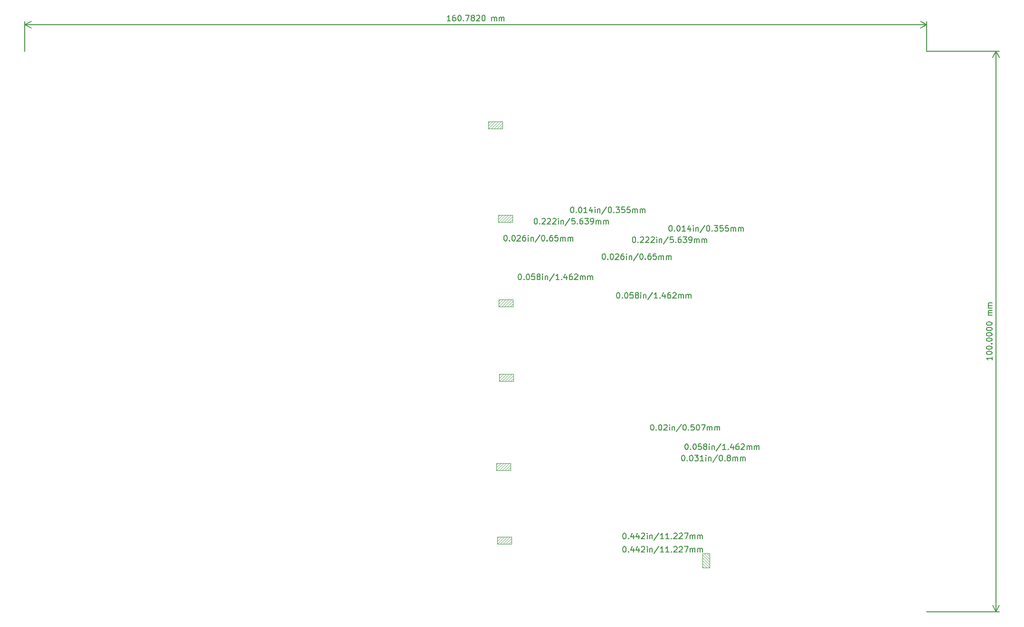
<source format=gbr>
G04 #@! TF.GenerationSoftware,KiCad,Pcbnew,7.0.8*
G04 #@! TF.CreationDate,2025-05-19T15:23:48+02:00*
G04 #@! TF.ProjectId,AXINT_CE6C_CRESUS,4158494e-545f-4434-9536-435f43524553,rev?*
G04 #@! TF.SameCoordinates,Original*
G04 #@! TF.FileFunction,OtherDrawing,Comment*
%FSLAX46Y46*%
G04 Gerber Fmt 4.6, Leading zero omitted, Abs format (unit mm)*
G04 Created by KiCad (PCBNEW 7.0.8) date 2025-05-19 15:23:48*
%MOMM*%
%LPD*%
G01*
G04 APERTURE LIST*
%ADD10C,0.150000*%
%ADD11C,0.050000*%
G04 APERTURE END LIST*
D10*
X145844190Y-34610819D02*
X145272762Y-34610819D01*
X145558476Y-34610819D02*
X145558476Y-33610819D01*
X145558476Y-33610819D02*
X145463238Y-33753676D01*
X145463238Y-33753676D02*
X145368000Y-33848914D01*
X145368000Y-33848914D02*
X145272762Y-33896533D01*
X146701333Y-33610819D02*
X146510857Y-33610819D01*
X146510857Y-33610819D02*
X146415619Y-33658438D01*
X146415619Y-33658438D02*
X146368000Y-33706057D01*
X146368000Y-33706057D02*
X146272762Y-33848914D01*
X146272762Y-33848914D02*
X146225143Y-34039390D01*
X146225143Y-34039390D02*
X146225143Y-34420342D01*
X146225143Y-34420342D02*
X146272762Y-34515580D01*
X146272762Y-34515580D02*
X146320381Y-34563200D01*
X146320381Y-34563200D02*
X146415619Y-34610819D01*
X146415619Y-34610819D02*
X146606095Y-34610819D01*
X146606095Y-34610819D02*
X146701333Y-34563200D01*
X146701333Y-34563200D02*
X146748952Y-34515580D01*
X146748952Y-34515580D02*
X146796571Y-34420342D01*
X146796571Y-34420342D02*
X146796571Y-34182247D01*
X146796571Y-34182247D02*
X146748952Y-34087009D01*
X146748952Y-34087009D02*
X146701333Y-34039390D01*
X146701333Y-34039390D02*
X146606095Y-33991771D01*
X146606095Y-33991771D02*
X146415619Y-33991771D01*
X146415619Y-33991771D02*
X146320381Y-34039390D01*
X146320381Y-34039390D02*
X146272762Y-34087009D01*
X146272762Y-34087009D02*
X146225143Y-34182247D01*
X147415619Y-33610819D02*
X147510857Y-33610819D01*
X147510857Y-33610819D02*
X147606095Y-33658438D01*
X147606095Y-33658438D02*
X147653714Y-33706057D01*
X147653714Y-33706057D02*
X147701333Y-33801295D01*
X147701333Y-33801295D02*
X147748952Y-33991771D01*
X147748952Y-33991771D02*
X147748952Y-34229866D01*
X147748952Y-34229866D02*
X147701333Y-34420342D01*
X147701333Y-34420342D02*
X147653714Y-34515580D01*
X147653714Y-34515580D02*
X147606095Y-34563200D01*
X147606095Y-34563200D02*
X147510857Y-34610819D01*
X147510857Y-34610819D02*
X147415619Y-34610819D01*
X147415619Y-34610819D02*
X147320381Y-34563200D01*
X147320381Y-34563200D02*
X147272762Y-34515580D01*
X147272762Y-34515580D02*
X147225143Y-34420342D01*
X147225143Y-34420342D02*
X147177524Y-34229866D01*
X147177524Y-34229866D02*
X147177524Y-33991771D01*
X147177524Y-33991771D02*
X147225143Y-33801295D01*
X147225143Y-33801295D02*
X147272762Y-33706057D01*
X147272762Y-33706057D02*
X147320381Y-33658438D01*
X147320381Y-33658438D02*
X147415619Y-33610819D01*
X148177524Y-34515580D02*
X148225143Y-34563200D01*
X148225143Y-34563200D02*
X148177524Y-34610819D01*
X148177524Y-34610819D02*
X148129905Y-34563200D01*
X148129905Y-34563200D02*
X148177524Y-34515580D01*
X148177524Y-34515580D02*
X148177524Y-34610819D01*
X148558476Y-33610819D02*
X149225142Y-33610819D01*
X149225142Y-33610819D02*
X148796571Y-34610819D01*
X149748952Y-34039390D02*
X149653714Y-33991771D01*
X149653714Y-33991771D02*
X149606095Y-33944152D01*
X149606095Y-33944152D02*
X149558476Y-33848914D01*
X149558476Y-33848914D02*
X149558476Y-33801295D01*
X149558476Y-33801295D02*
X149606095Y-33706057D01*
X149606095Y-33706057D02*
X149653714Y-33658438D01*
X149653714Y-33658438D02*
X149748952Y-33610819D01*
X149748952Y-33610819D02*
X149939428Y-33610819D01*
X149939428Y-33610819D02*
X150034666Y-33658438D01*
X150034666Y-33658438D02*
X150082285Y-33706057D01*
X150082285Y-33706057D02*
X150129904Y-33801295D01*
X150129904Y-33801295D02*
X150129904Y-33848914D01*
X150129904Y-33848914D02*
X150082285Y-33944152D01*
X150082285Y-33944152D02*
X150034666Y-33991771D01*
X150034666Y-33991771D02*
X149939428Y-34039390D01*
X149939428Y-34039390D02*
X149748952Y-34039390D01*
X149748952Y-34039390D02*
X149653714Y-34087009D01*
X149653714Y-34087009D02*
X149606095Y-34134628D01*
X149606095Y-34134628D02*
X149558476Y-34229866D01*
X149558476Y-34229866D02*
X149558476Y-34420342D01*
X149558476Y-34420342D02*
X149606095Y-34515580D01*
X149606095Y-34515580D02*
X149653714Y-34563200D01*
X149653714Y-34563200D02*
X149748952Y-34610819D01*
X149748952Y-34610819D02*
X149939428Y-34610819D01*
X149939428Y-34610819D02*
X150034666Y-34563200D01*
X150034666Y-34563200D02*
X150082285Y-34515580D01*
X150082285Y-34515580D02*
X150129904Y-34420342D01*
X150129904Y-34420342D02*
X150129904Y-34229866D01*
X150129904Y-34229866D02*
X150082285Y-34134628D01*
X150082285Y-34134628D02*
X150034666Y-34087009D01*
X150034666Y-34087009D02*
X149939428Y-34039390D01*
X150510857Y-33706057D02*
X150558476Y-33658438D01*
X150558476Y-33658438D02*
X150653714Y-33610819D01*
X150653714Y-33610819D02*
X150891809Y-33610819D01*
X150891809Y-33610819D02*
X150987047Y-33658438D01*
X150987047Y-33658438D02*
X151034666Y-33706057D01*
X151034666Y-33706057D02*
X151082285Y-33801295D01*
X151082285Y-33801295D02*
X151082285Y-33896533D01*
X151082285Y-33896533D02*
X151034666Y-34039390D01*
X151034666Y-34039390D02*
X150463238Y-34610819D01*
X150463238Y-34610819D02*
X151082285Y-34610819D01*
X151701333Y-33610819D02*
X151796571Y-33610819D01*
X151796571Y-33610819D02*
X151891809Y-33658438D01*
X151891809Y-33658438D02*
X151939428Y-33706057D01*
X151939428Y-33706057D02*
X151987047Y-33801295D01*
X151987047Y-33801295D02*
X152034666Y-33991771D01*
X152034666Y-33991771D02*
X152034666Y-34229866D01*
X152034666Y-34229866D02*
X151987047Y-34420342D01*
X151987047Y-34420342D02*
X151939428Y-34515580D01*
X151939428Y-34515580D02*
X151891809Y-34563200D01*
X151891809Y-34563200D02*
X151796571Y-34610819D01*
X151796571Y-34610819D02*
X151701333Y-34610819D01*
X151701333Y-34610819D02*
X151606095Y-34563200D01*
X151606095Y-34563200D02*
X151558476Y-34515580D01*
X151558476Y-34515580D02*
X151510857Y-34420342D01*
X151510857Y-34420342D02*
X151463238Y-34229866D01*
X151463238Y-34229866D02*
X151463238Y-33991771D01*
X151463238Y-33991771D02*
X151510857Y-33801295D01*
X151510857Y-33801295D02*
X151558476Y-33706057D01*
X151558476Y-33706057D02*
X151606095Y-33658438D01*
X151606095Y-33658438D02*
X151701333Y-33610819D01*
X153225143Y-34610819D02*
X153225143Y-33944152D01*
X153225143Y-34039390D02*
X153272762Y-33991771D01*
X153272762Y-33991771D02*
X153368000Y-33944152D01*
X153368000Y-33944152D02*
X153510857Y-33944152D01*
X153510857Y-33944152D02*
X153606095Y-33991771D01*
X153606095Y-33991771D02*
X153653714Y-34087009D01*
X153653714Y-34087009D02*
X153653714Y-34610819D01*
X153653714Y-34087009D02*
X153701333Y-33991771D01*
X153701333Y-33991771D02*
X153796571Y-33944152D01*
X153796571Y-33944152D02*
X153939428Y-33944152D01*
X153939428Y-33944152D02*
X154034667Y-33991771D01*
X154034667Y-33991771D02*
X154082286Y-34087009D01*
X154082286Y-34087009D02*
X154082286Y-34610819D01*
X154558476Y-34610819D02*
X154558476Y-33944152D01*
X154558476Y-34039390D02*
X154606095Y-33991771D01*
X154606095Y-33991771D02*
X154701333Y-33944152D01*
X154701333Y-33944152D02*
X154844190Y-33944152D01*
X154844190Y-33944152D02*
X154939428Y-33991771D01*
X154939428Y-33991771D02*
X154987047Y-34087009D01*
X154987047Y-34087009D02*
X154987047Y-34610819D01*
X154987047Y-34087009D02*
X155034666Y-33991771D01*
X155034666Y-33991771D02*
X155129904Y-33944152D01*
X155129904Y-33944152D02*
X155272761Y-33944152D01*
X155272761Y-33944152D02*
X155368000Y-33991771D01*
X155368000Y-33991771D02*
X155415619Y-34087009D01*
X155415619Y-34087009D02*
X155415619Y-34610819D01*
X230759000Y-40005000D02*
X230759000Y-34719580D01*
X69977000Y-40005000D02*
X69977000Y-34719580D01*
X230759000Y-35306000D02*
X69977000Y-35306000D01*
X230759000Y-35306000D02*
X69977000Y-35306000D01*
X230759000Y-35306000D02*
X229632496Y-35892421D01*
X230759000Y-35306000D02*
X229632496Y-34719579D01*
X69977000Y-35306000D02*
X71103504Y-34719579D01*
X69977000Y-35306000D02*
X71103504Y-35892421D01*
X242382819Y-94523823D02*
X242382819Y-95095251D01*
X242382819Y-94809537D02*
X241382819Y-94809537D01*
X241382819Y-94809537D02*
X241525676Y-94904775D01*
X241525676Y-94904775D02*
X241620914Y-95000013D01*
X241620914Y-95000013D02*
X241668533Y-95095251D01*
X241382819Y-93904775D02*
X241382819Y-93809537D01*
X241382819Y-93809537D02*
X241430438Y-93714299D01*
X241430438Y-93714299D02*
X241478057Y-93666680D01*
X241478057Y-93666680D02*
X241573295Y-93619061D01*
X241573295Y-93619061D02*
X241763771Y-93571442D01*
X241763771Y-93571442D02*
X242001866Y-93571442D01*
X242001866Y-93571442D02*
X242192342Y-93619061D01*
X242192342Y-93619061D02*
X242287580Y-93666680D01*
X242287580Y-93666680D02*
X242335200Y-93714299D01*
X242335200Y-93714299D02*
X242382819Y-93809537D01*
X242382819Y-93809537D02*
X242382819Y-93904775D01*
X242382819Y-93904775D02*
X242335200Y-94000013D01*
X242335200Y-94000013D02*
X242287580Y-94047632D01*
X242287580Y-94047632D02*
X242192342Y-94095251D01*
X242192342Y-94095251D02*
X242001866Y-94142870D01*
X242001866Y-94142870D02*
X241763771Y-94142870D01*
X241763771Y-94142870D02*
X241573295Y-94095251D01*
X241573295Y-94095251D02*
X241478057Y-94047632D01*
X241478057Y-94047632D02*
X241430438Y-94000013D01*
X241430438Y-94000013D02*
X241382819Y-93904775D01*
X241382819Y-92952394D02*
X241382819Y-92857156D01*
X241382819Y-92857156D02*
X241430438Y-92761918D01*
X241430438Y-92761918D02*
X241478057Y-92714299D01*
X241478057Y-92714299D02*
X241573295Y-92666680D01*
X241573295Y-92666680D02*
X241763771Y-92619061D01*
X241763771Y-92619061D02*
X242001866Y-92619061D01*
X242001866Y-92619061D02*
X242192342Y-92666680D01*
X242192342Y-92666680D02*
X242287580Y-92714299D01*
X242287580Y-92714299D02*
X242335200Y-92761918D01*
X242335200Y-92761918D02*
X242382819Y-92857156D01*
X242382819Y-92857156D02*
X242382819Y-92952394D01*
X242382819Y-92952394D02*
X242335200Y-93047632D01*
X242335200Y-93047632D02*
X242287580Y-93095251D01*
X242287580Y-93095251D02*
X242192342Y-93142870D01*
X242192342Y-93142870D02*
X242001866Y-93190489D01*
X242001866Y-93190489D02*
X241763771Y-93190489D01*
X241763771Y-93190489D02*
X241573295Y-93142870D01*
X241573295Y-93142870D02*
X241478057Y-93095251D01*
X241478057Y-93095251D02*
X241430438Y-93047632D01*
X241430438Y-93047632D02*
X241382819Y-92952394D01*
X242287580Y-92190489D02*
X242335200Y-92142870D01*
X242335200Y-92142870D02*
X242382819Y-92190489D01*
X242382819Y-92190489D02*
X242335200Y-92238108D01*
X242335200Y-92238108D02*
X242287580Y-92190489D01*
X242287580Y-92190489D02*
X242382819Y-92190489D01*
X241382819Y-91523823D02*
X241382819Y-91428585D01*
X241382819Y-91428585D02*
X241430438Y-91333347D01*
X241430438Y-91333347D02*
X241478057Y-91285728D01*
X241478057Y-91285728D02*
X241573295Y-91238109D01*
X241573295Y-91238109D02*
X241763771Y-91190490D01*
X241763771Y-91190490D02*
X242001866Y-91190490D01*
X242001866Y-91190490D02*
X242192342Y-91238109D01*
X242192342Y-91238109D02*
X242287580Y-91285728D01*
X242287580Y-91285728D02*
X242335200Y-91333347D01*
X242335200Y-91333347D02*
X242382819Y-91428585D01*
X242382819Y-91428585D02*
X242382819Y-91523823D01*
X242382819Y-91523823D02*
X242335200Y-91619061D01*
X242335200Y-91619061D02*
X242287580Y-91666680D01*
X242287580Y-91666680D02*
X242192342Y-91714299D01*
X242192342Y-91714299D02*
X242001866Y-91761918D01*
X242001866Y-91761918D02*
X241763771Y-91761918D01*
X241763771Y-91761918D02*
X241573295Y-91714299D01*
X241573295Y-91714299D02*
X241478057Y-91666680D01*
X241478057Y-91666680D02*
X241430438Y-91619061D01*
X241430438Y-91619061D02*
X241382819Y-91523823D01*
X241382819Y-90571442D02*
X241382819Y-90476204D01*
X241382819Y-90476204D02*
X241430438Y-90380966D01*
X241430438Y-90380966D02*
X241478057Y-90333347D01*
X241478057Y-90333347D02*
X241573295Y-90285728D01*
X241573295Y-90285728D02*
X241763771Y-90238109D01*
X241763771Y-90238109D02*
X242001866Y-90238109D01*
X242001866Y-90238109D02*
X242192342Y-90285728D01*
X242192342Y-90285728D02*
X242287580Y-90333347D01*
X242287580Y-90333347D02*
X242335200Y-90380966D01*
X242335200Y-90380966D02*
X242382819Y-90476204D01*
X242382819Y-90476204D02*
X242382819Y-90571442D01*
X242382819Y-90571442D02*
X242335200Y-90666680D01*
X242335200Y-90666680D02*
X242287580Y-90714299D01*
X242287580Y-90714299D02*
X242192342Y-90761918D01*
X242192342Y-90761918D02*
X242001866Y-90809537D01*
X242001866Y-90809537D02*
X241763771Y-90809537D01*
X241763771Y-90809537D02*
X241573295Y-90761918D01*
X241573295Y-90761918D02*
X241478057Y-90714299D01*
X241478057Y-90714299D02*
X241430438Y-90666680D01*
X241430438Y-90666680D02*
X241382819Y-90571442D01*
X241382819Y-89619061D02*
X241382819Y-89523823D01*
X241382819Y-89523823D02*
X241430438Y-89428585D01*
X241430438Y-89428585D02*
X241478057Y-89380966D01*
X241478057Y-89380966D02*
X241573295Y-89333347D01*
X241573295Y-89333347D02*
X241763771Y-89285728D01*
X241763771Y-89285728D02*
X242001866Y-89285728D01*
X242001866Y-89285728D02*
X242192342Y-89333347D01*
X242192342Y-89333347D02*
X242287580Y-89380966D01*
X242287580Y-89380966D02*
X242335200Y-89428585D01*
X242335200Y-89428585D02*
X242382819Y-89523823D01*
X242382819Y-89523823D02*
X242382819Y-89619061D01*
X242382819Y-89619061D02*
X242335200Y-89714299D01*
X242335200Y-89714299D02*
X242287580Y-89761918D01*
X242287580Y-89761918D02*
X242192342Y-89809537D01*
X242192342Y-89809537D02*
X242001866Y-89857156D01*
X242001866Y-89857156D02*
X241763771Y-89857156D01*
X241763771Y-89857156D02*
X241573295Y-89809537D01*
X241573295Y-89809537D02*
X241478057Y-89761918D01*
X241478057Y-89761918D02*
X241430438Y-89714299D01*
X241430438Y-89714299D02*
X241382819Y-89619061D01*
X241382819Y-88666680D02*
X241382819Y-88571442D01*
X241382819Y-88571442D02*
X241430438Y-88476204D01*
X241430438Y-88476204D02*
X241478057Y-88428585D01*
X241478057Y-88428585D02*
X241573295Y-88380966D01*
X241573295Y-88380966D02*
X241763771Y-88333347D01*
X241763771Y-88333347D02*
X242001866Y-88333347D01*
X242001866Y-88333347D02*
X242192342Y-88380966D01*
X242192342Y-88380966D02*
X242287580Y-88428585D01*
X242287580Y-88428585D02*
X242335200Y-88476204D01*
X242335200Y-88476204D02*
X242382819Y-88571442D01*
X242382819Y-88571442D02*
X242382819Y-88666680D01*
X242382819Y-88666680D02*
X242335200Y-88761918D01*
X242335200Y-88761918D02*
X242287580Y-88809537D01*
X242287580Y-88809537D02*
X242192342Y-88857156D01*
X242192342Y-88857156D02*
X242001866Y-88904775D01*
X242001866Y-88904775D02*
X241763771Y-88904775D01*
X241763771Y-88904775D02*
X241573295Y-88857156D01*
X241573295Y-88857156D02*
X241478057Y-88809537D01*
X241478057Y-88809537D02*
X241430438Y-88761918D01*
X241430438Y-88761918D02*
X241382819Y-88666680D01*
X242382819Y-87142870D02*
X241716152Y-87142870D01*
X241811390Y-87142870D02*
X241763771Y-87095251D01*
X241763771Y-87095251D02*
X241716152Y-87000013D01*
X241716152Y-87000013D02*
X241716152Y-86857156D01*
X241716152Y-86857156D02*
X241763771Y-86761918D01*
X241763771Y-86761918D02*
X241859009Y-86714299D01*
X241859009Y-86714299D02*
X242382819Y-86714299D01*
X241859009Y-86714299D02*
X241763771Y-86666680D01*
X241763771Y-86666680D02*
X241716152Y-86571442D01*
X241716152Y-86571442D02*
X241716152Y-86428585D01*
X241716152Y-86428585D02*
X241763771Y-86333346D01*
X241763771Y-86333346D02*
X241859009Y-86285727D01*
X241859009Y-86285727D02*
X242382819Y-86285727D01*
X242382819Y-85809537D02*
X241716152Y-85809537D01*
X241811390Y-85809537D02*
X241763771Y-85761918D01*
X241763771Y-85761918D02*
X241716152Y-85666680D01*
X241716152Y-85666680D02*
X241716152Y-85523823D01*
X241716152Y-85523823D02*
X241763771Y-85428585D01*
X241763771Y-85428585D02*
X241859009Y-85380966D01*
X241859009Y-85380966D02*
X242382819Y-85380966D01*
X241859009Y-85380966D02*
X241763771Y-85333347D01*
X241763771Y-85333347D02*
X241716152Y-85238109D01*
X241716152Y-85238109D02*
X241716152Y-85095252D01*
X241716152Y-85095252D02*
X241763771Y-85000013D01*
X241763771Y-85000013D02*
X241859009Y-84952394D01*
X241859009Y-84952394D02*
X242382819Y-84952394D01*
X230760000Y-140000008D02*
X243664420Y-140000008D01*
X230760000Y-40000020D02*
X243664420Y-40000020D01*
X243078000Y-140000008D02*
X243078000Y-40000020D01*
X243078000Y-140000008D02*
X243078000Y-40000020D01*
X243078000Y-140000008D02*
X242491579Y-138873504D01*
X243078000Y-140000008D02*
X243664421Y-138873504D01*
X243078000Y-40000020D02*
X243664421Y-41126524D01*
X243078000Y-40000020D02*
X242491579Y-41126524D01*
X173141429Y-76168618D02*
X173236667Y-76168618D01*
X173236667Y-76168618D02*
X173331905Y-76216237D01*
X173331905Y-76216237D02*
X173379524Y-76263856D01*
X173379524Y-76263856D02*
X173427143Y-76359094D01*
X173427143Y-76359094D02*
X173474762Y-76549570D01*
X173474762Y-76549570D02*
X173474762Y-76787665D01*
X173474762Y-76787665D02*
X173427143Y-76978141D01*
X173427143Y-76978141D02*
X173379524Y-77073379D01*
X173379524Y-77073379D02*
X173331905Y-77120999D01*
X173331905Y-77120999D02*
X173236667Y-77168618D01*
X173236667Y-77168618D02*
X173141429Y-77168618D01*
X173141429Y-77168618D02*
X173046191Y-77120999D01*
X173046191Y-77120999D02*
X172998572Y-77073379D01*
X172998572Y-77073379D02*
X172950953Y-76978141D01*
X172950953Y-76978141D02*
X172903334Y-76787665D01*
X172903334Y-76787665D02*
X172903334Y-76549570D01*
X172903334Y-76549570D02*
X172950953Y-76359094D01*
X172950953Y-76359094D02*
X172998572Y-76263856D01*
X172998572Y-76263856D02*
X173046191Y-76216237D01*
X173046191Y-76216237D02*
X173141429Y-76168618D01*
X173903334Y-77073379D02*
X173950953Y-77120999D01*
X173950953Y-77120999D02*
X173903334Y-77168618D01*
X173903334Y-77168618D02*
X173855715Y-77120999D01*
X173855715Y-77120999D02*
X173903334Y-77073379D01*
X173903334Y-77073379D02*
X173903334Y-77168618D01*
X174570000Y-76168618D02*
X174665238Y-76168618D01*
X174665238Y-76168618D02*
X174760476Y-76216237D01*
X174760476Y-76216237D02*
X174808095Y-76263856D01*
X174808095Y-76263856D02*
X174855714Y-76359094D01*
X174855714Y-76359094D02*
X174903333Y-76549570D01*
X174903333Y-76549570D02*
X174903333Y-76787665D01*
X174903333Y-76787665D02*
X174855714Y-76978141D01*
X174855714Y-76978141D02*
X174808095Y-77073379D01*
X174808095Y-77073379D02*
X174760476Y-77120999D01*
X174760476Y-77120999D02*
X174665238Y-77168618D01*
X174665238Y-77168618D02*
X174570000Y-77168618D01*
X174570000Y-77168618D02*
X174474762Y-77120999D01*
X174474762Y-77120999D02*
X174427143Y-77073379D01*
X174427143Y-77073379D02*
X174379524Y-76978141D01*
X174379524Y-76978141D02*
X174331905Y-76787665D01*
X174331905Y-76787665D02*
X174331905Y-76549570D01*
X174331905Y-76549570D02*
X174379524Y-76359094D01*
X174379524Y-76359094D02*
X174427143Y-76263856D01*
X174427143Y-76263856D02*
X174474762Y-76216237D01*
X174474762Y-76216237D02*
X174570000Y-76168618D01*
X175284286Y-76263856D02*
X175331905Y-76216237D01*
X175331905Y-76216237D02*
X175427143Y-76168618D01*
X175427143Y-76168618D02*
X175665238Y-76168618D01*
X175665238Y-76168618D02*
X175760476Y-76216237D01*
X175760476Y-76216237D02*
X175808095Y-76263856D01*
X175808095Y-76263856D02*
X175855714Y-76359094D01*
X175855714Y-76359094D02*
X175855714Y-76454332D01*
X175855714Y-76454332D02*
X175808095Y-76597189D01*
X175808095Y-76597189D02*
X175236667Y-77168618D01*
X175236667Y-77168618D02*
X175855714Y-77168618D01*
X176712857Y-76168618D02*
X176522381Y-76168618D01*
X176522381Y-76168618D02*
X176427143Y-76216237D01*
X176427143Y-76216237D02*
X176379524Y-76263856D01*
X176379524Y-76263856D02*
X176284286Y-76406713D01*
X176284286Y-76406713D02*
X176236667Y-76597189D01*
X176236667Y-76597189D02*
X176236667Y-76978141D01*
X176236667Y-76978141D02*
X176284286Y-77073379D01*
X176284286Y-77073379D02*
X176331905Y-77120999D01*
X176331905Y-77120999D02*
X176427143Y-77168618D01*
X176427143Y-77168618D02*
X176617619Y-77168618D01*
X176617619Y-77168618D02*
X176712857Y-77120999D01*
X176712857Y-77120999D02*
X176760476Y-77073379D01*
X176760476Y-77073379D02*
X176808095Y-76978141D01*
X176808095Y-76978141D02*
X176808095Y-76740046D01*
X176808095Y-76740046D02*
X176760476Y-76644808D01*
X176760476Y-76644808D02*
X176712857Y-76597189D01*
X176712857Y-76597189D02*
X176617619Y-76549570D01*
X176617619Y-76549570D02*
X176427143Y-76549570D01*
X176427143Y-76549570D02*
X176331905Y-76597189D01*
X176331905Y-76597189D02*
X176284286Y-76644808D01*
X176284286Y-76644808D02*
X176236667Y-76740046D01*
X177236667Y-77168618D02*
X177236667Y-76501951D01*
X177236667Y-76168618D02*
X177189048Y-76216237D01*
X177189048Y-76216237D02*
X177236667Y-76263856D01*
X177236667Y-76263856D02*
X177284286Y-76216237D01*
X177284286Y-76216237D02*
X177236667Y-76168618D01*
X177236667Y-76168618D02*
X177236667Y-76263856D01*
X177712857Y-76501951D02*
X177712857Y-77168618D01*
X177712857Y-76597189D02*
X177760476Y-76549570D01*
X177760476Y-76549570D02*
X177855714Y-76501951D01*
X177855714Y-76501951D02*
X177998571Y-76501951D01*
X177998571Y-76501951D02*
X178093809Y-76549570D01*
X178093809Y-76549570D02*
X178141428Y-76644808D01*
X178141428Y-76644808D02*
X178141428Y-77168618D01*
X179331904Y-76120999D02*
X178474762Y-77406713D01*
X179855714Y-76168618D02*
X179950952Y-76168618D01*
X179950952Y-76168618D02*
X180046190Y-76216237D01*
X180046190Y-76216237D02*
X180093809Y-76263856D01*
X180093809Y-76263856D02*
X180141428Y-76359094D01*
X180141428Y-76359094D02*
X180189047Y-76549570D01*
X180189047Y-76549570D02*
X180189047Y-76787665D01*
X180189047Y-76787665D02*
X180141428Y-76978141D01*
X180141428Y-76978141D02*
X180093809Y-77073379D01*
X180093809Y-77073379D02*
X180046190Y-77120999D01*
X180046190Y-77120999D02*
X179950952Y-77168618D01*
X179950952Y-77168618D02*
X179855714Y-77168618D01*
X179855714Y-77168618D02*
X179760476Y-77120999D01*
X179760476Y-77120999D02*
X179712857Y-77073379D01*
X179712857Y-77073379D02*
X179665238Y-76978141D01*
X179665238Y-76978141D02*
X179617619Y-76787665D01*
X179617619Y-76787665D02*
X179617619Y-76549570D01*
X179617619Y-76549570D02*
X179665238Y-76359094D01*
X179665238Y-76359094D02*
X179712857Y-76263856D01*
X179712857Y-76263856D02*
X179760476Y-76216237D01*
X179760476Y-76216237D02*
X179855714Y-76168618D01*
X180617619Y-77073379D02*
X180665238Y-77120999D01*
X180665238Y-77120999D02*
X180617619Y-77168618D01*
X180617619Y-77168618D02*
X180570000Y-77120999D01*
X180570000Y-77120999D02*
X180617619Y-77073379D01*
X180617619Y-77073379D02*
X180617619Y-77168618D01*
X181522380Y-76168618D02*
X181331904Y-76168618D01*
X181331904Y-76168618D02*
X181236666Y-76216237D01*
X181236666Y-76216237D02*
X181189047Y-76263856D01*
X181189047Y-76263856D02*
X181093809Y-76406713D01*
X181093809Y-76406713D02*
X181046190Y-76597189D01*
X181046190Y-76597189D02*
X181046190Y-76978141D01*
X181046190Y-76978141D02*
X181093809Y-77073379D01*
X181093809Y-77073379D02*
X181141428Y-77120999D01*
X181141428Y-77120999D02*
X181236666Y-77168618D01*
X181236666Y-77168618D02*
X181427142Y-77168618D01*
X181427142Y-77168618D02*
X181522380Y-77120999D01*
X181522380Y-77120999D02*
X181569999Y-77073379D01*
X181569999Y-77073379D02*
X181617618Y-76978141D01*
X181617618Y-76978141D02*
X181617618Y-76740046D01*
X181617618Y-76740046D02*
X181569999Y-76644808D01*
X181569999Y-76644808D02*
X181522380Y-76597189D01*
X181522380Y-76597189D02*
X181427142Y-76549570D01*
X181427142Y-76549570D02*
X181236666Y-76549570D01*
X181236666Y-76549570D02*
X181141428Y-76597189D01*
X181141428Y-76597189D02*
X181093809Y-76644808D01*
X181093809Y-76644808D02*
X181046190Y-76740046D01*
X182522380Y-76168618D02*
X182046190Y-76168618D01*
X182046190Y-76168618D02*
X181998571Y-76644808D01*
X181998571Y-76644808D02*
X182046190Y-76597189D01*
X182046190Y-76597189D02*
X182141428Y-76549570D01*
X182141428Y-76549570D02*
X182379523Y-76549570D01*
X182379523Y-76549570D02*
X182474761Y-76597189D01*
X182474761Y-76597189D02*
X182522380Y-76644808D01*
X182522380Y-76644808D02*
X182569999Y-76740046D01*
X182569999Y-76740046D02*
X182569999Y-76978141D01*
X182569999Y-76978141D02*
X182522380Y-77073379D01*
X182522380Y-77073379D02*
X182474761Y-77120999D01*
X182474761Y-77120999D02*
X182379523Y-77168618D01*
X182379523Y-77168618D02*
X182141428Y-77168618D01*
X182141428Y-77168618D02*
X182046190Y-77120999D01*
X182046190Y-77120999D02*
X181998571Y-77073379D01*
X182998571Y-77168618D02*
X182998571Y-76501951D01*
X182998571Y-76597189D02*
X183046190Y-76549570D01*
X183046190Y-76549570D02*
X183141428Y-76501951D01*
X183141428Y-76501951D02*
X183284285Y-76501951D01*
X183284285Y-76501951D02*
X183379523Y-76549570D01*
X183379523Y-76549570D02*
X183427142Y-76644808D01*
X183427142Y-76644808D02*
X183427142Y-77168618D01*
X183427142Y-76644808D02*
X183474761Y-76549570D01*
X183474761Y-76549570D02*
X183569999Y-76501951D01*
X183569999Y-76501951D02*
X183712856Y-76501951D01*
X183712856Y-76501951D02*
X183808095Y-76549570D01*
X183808095Y-76549570D02*
X183855714Y-76644808D01*
X183855714Y-76644808D02*
X183855714Y-77168618D01*
X184331904Y-77168618D02*
X184331904Y-76501951D01*
X184331904Y-76597189D02*
X184379523Y-76549570D01*
X184379523Y-76549570D02*
X184474761Y-76501951D01*
X184474761Y-76501951D02*
X184617618Y-76501951D01*
X184617618Y-76501951D02*
X184712856Y-76549570D01*
X184712856Y-76549570D02*
X184760475Y-76644808D01*
X184760475Y-76644808D02*
X184760475Y-77168618D01*
X184760475Y-76644808D02*
X184808094Y-76549570D01*
X184808094Y-76549570D02*
X184903332Y-76501951D01*
X184903332Y-76501951D02*
X185046189Y-76501951D01*
X185046189Y-76501951D02*
X185141428Y-76549570D01*
X185141428Y-76549570D02*
X185189047Y-76644808D01*
X185189047Y-76644808D02*
X185189047Y-77168618D01*
X185032639Y-71118619D02*
X185127877Y-71118619D01*
X185127877Y-71118619D02*
X185223115Y-71166238D01*
X185223115Y-71166238D02*
X185270734Y-71213857D01*
X185270734Y-71213857D02*
X185318353Y-71309095D01*
X185318353Y-71309095D02*
X185365972Y-71499571D01*
X185365972Y-71499571D02*
X185365972Y-71737666D01*
X185365972Y-71737666D02*
X185318353Y-71928142D01*
X185318353Y-71928142D02*
X185270734Y-72023380D01*
X185270734Y-72023380D02*
X185223115Y-72071000D01*
X185223115Y-72071000D02*
X185127877Y-72118619D01*
X185127877Y-72118619D02*
X185032639Y-72118619D01*
X185032639Y-72118619D02*
X184937401Y-72071000D01*
X184937401Y-72071000D02*
X184889782Y-72023380D01*
X184889782Y-72023380D02*
X184842163Y-71928142D01*
X184842163Y-71928142D02*
X184794544Y-71737666D01*
X184794544Y-71737666D02*
X184794544Y-71499571D01*
X184794544Y-71499571D02*
X184842163Y-71309095D01*
X184842163Y-71309095D02*
X184889782Y-71213857D01*
X184889782Y-71213857D02*
X184937401Y-71166238D01*
X184937401Y-71166238D02*
X185032639Y-71118619D01*
X185794544Y-72023380D02*
X185842163Y-72071000D01*
X185842163Y-72071000D02*
X185794544Y-72118619D01*
X185794544Y-72118619D02*
X185746925Y-72071000D01*
X185746925Y-72071000D02*
X185794544Y-72023380D01*
X185794544Y-72023380D02*
X185794544Y-72118619D01*
X186461210Y-71118619D02*
X186556448Y-71118619D01*
X186556448Y-71118619D02*
X186651686Y-71166238D01*
X186651686Y-71166238D02*
X186699305Y-71213857D01*
X186699305Y-71213857D02*
X186746924Y-71309095D01*
X186746924Y-71309095D02*
X186794543Y-71499571D01*
X186794543Y-71499571D02*
X186794543Y-71737666D01*
X186794543Y-71737666D02*
X186746924Y-71928142D01*
X186746924Y-71928142D02*
X186699305Y-72023380D01*
X186699305Y-72023380D02*
X186651686Y-72071000D01*
X186651686Y-72071000D02*
X186556448Y-72118619D01*
X186556448Y-72118619D02*
X186461210Y-72118619D01*
X186461210Y-72118619D02*
X186365972Y-72071000D01*
X186365972Y-72071000D02*
X186318353Y-72023380D01*
X186318353Y-72023380D02*
X186270734Y-71928142D01*
X186270734Y-71928142D02*
X186223115Y-71737666D01*
X186223115Y-71737666D02*
X186223115Y-71499571D01*
X186223115Y-71499571D02*
X186270734Y-71309095D01*
X186270734Y-71309095D02*
X186318353Y-71213857D01*
X186318353Y-71213857D02*
X186365972Y-71166238D01*
X186365972Y-71166238D02*
X186461210Y-71118619D01*
X187746924Y-72118619D02*
X187175496Y-72118619D01*
X187461210Y-72118619D02*
X187461210Y-71118619D01*
X187461210Y-71118619D02*
X187365972Y-71261476D01*
X187365972Y-71261476D02*
X187270734Y-71356714D01*
X187270734Y-71356714D02*
X187175496Y-71404333D01*
X188604067Y-71451952D02*
X188604067Y-72118619D01*
X188365972Y-71071000D02*
X188127877Y-71785285D01*
X188127877Y-71785285D02*
X188746924Y-71785285D01*
X189127877Y-72118619D02*
X189127877Y-71451952D01*
X189127877Y-71118619D02*
X189080258Y-71166238D01*
X189080258Y-71166238D02*
X189127877Y-71213857D01*
X189127877Y-71213857D02*
X189175496Y-71166238D01*
X189175496Y-71166238D02*
X189127877Y-71118619D01*
X189127877Y-71118619D02*
X189127877Y-71213857D01*
X189604067Y-71451952D02*
X189604067Y-72118619D01*
X189604067Y-71547190D02*
X189651686Y-71499571D01*
X189651686Y-71499571D02*
X189746924Y-71451952D01*
X189746924Y-71451952D02*
X189889781Y-71451952D01*
X189889781Y-71451952D02*
X189985019Y-71499571D01*
X189985019Y-71499571D02*
X190032638Y-71594809D01*
X190032638Y-71594809D02*
X190032638Y-72118619D01*
X191223114Y-71071000D02*
X190365972Y-72356714D01*
X191746924Y-71118619D02*
X191842162Y-71118619D01*
X191842162Y-71118619D02*
X191937400Y-71166238D01*
X191937400Y-71166238D02*
X191985019Y-71213857D01*
X191985019Y-71213857D02*
X192032638Y-71309095D01*
X192032638Y-71309095D02*
X192080257Y-71499571D01*
X192080257Y-71499571D02*
X192080257Y-71737666D01*
X192080257Y-71737666D02*
X192032638Y-71928142D01*
X192032638Y-71928142D02*
X191985019Y-72023380D01*
X191985019Y-72023380D02*
X191937400Y-72071000D01*
X191937400Y-72071000D02*
X191842162Y-72118619D01*
X191842162Y-72118619D02*
X191746924Y-72118619D01*
X191746924Y-72118619D02*
X191651686Y-72071000D01*
X191651686Y-72071000D02*
X191604067Y-72023380D01*
X191604067Y-72023380D02*
X191556448Y-71928142D01*
X191556448Y-71928142D02*
X191508829Y-71737666D01*
X191508829Y-71737666D02*
X191508829Y-71499571D01*
X191508829Y-71499571D02*
X191556448Y-71309095D01*
X191556448Y-71309095D02*
X191604067Y-71213857D01*
X191604067Y-71213857D02*
X191651686Y-71166238D01*
X191651686Y-71166238D02*
X191746924Y-71118619D01*
X192508829Y-72023380D02*
X192556448Y-72071000D01*
X192556448Y-72071000D02*
X192508829Y-72118619D01*
X192508829Y-72118619D02*
X192461210Y-72071000D01*
X192461210Y-72071000D02*
X192508829Y-72023380D01*
X192508829Y-72023380D02*
X192508829Y-72118619D01*
X192889781Y-71118619D02*
X193508828Y-71118619D01*
X193508828Y-71118619D02*
X193175495Y-71499571D01*
X193175495Y-71499571D02*
X193318352Y-71499571D01*
X193318352Y-71499571D02*
X193413590Y-71547190D01*
X193413590Y-71547190D02*
X193461209Y-71594809D01*
X193461209Y-71594809D02*
X193508828Y-71690047D01*
X193508828Y-71690047D02*
X193508828Y-71928142D01*
X193508828Y-71928142D02*
X193461209Y-72023380D01*
X193461209Y-72023380D02*
X193413590Y-72071000D01*
X193413590Y-72071000D02*
X193318352Y-72118619D01*
X193318352Y-72118619D02*
X193032638Y-72118619D01*
X193032638Y-72118619D02*
X192937400Y-72071000D01*
X192937400Y-72071000D02*
X192889781Y-72023380D01*
X194413590Y-71118619D02*
X193937400Y-71118619D01*
X193937400Y-71118619D02*
X193889781Y-71594809D01*
X193889781Y-71594809D02*
X193937400Y-71547190D01*
X193937400Y-71547190D02*
X194032638Y-71499571D01*
X194032638Y-71499571D02*
X194270733Y-71499571D01*
X194270733Y-71499571D02*
X194365971Y-71547190D01*
X194365971Y-71547190D02*
X194413590Y-71594809D01*
X194413590Y-71594809D02*
X194461209Y-71690047D01*
X194461209Y-71690047D02*
X194461209Y-71928142D01*
X194461209Y-71928142D02*
X194413590Y-72023380D01*
X194413590Y-72023380D02*
X194365971Y-72071000D01*
X194365971Y-72071000D02*
X194270733Y-72118619D01*
X194270733Y-72118619D02*
X194032638Y-72118619D01*
X194032638Y-72118619D02*
X193937400Y-72071000D01*
X193937400Y-72071000D02*
X193889781Y-72023380D01*
X195365971Y-71118619D02*
X194889781Y-71118619D01*
X194889781Y-71118619D02*
X194842162Y-71594809D01*
X194842162Y-71594809D02*
X194889781Y-71547190D01*
X194889781Y-71547190D02*
X194985019Y-71499571D01*
X194985019Y-71499571D02*
X195223114Y-71499571D01*
X195223114Y-71499571D02*
X195318352Y-71547190D01*
X195318352Y-71547190D02*
X195365971Y-71594809D01*
X195365971Y-71594809D02*
X195413590Y-71690047D01*
X195413590Y-71690047D02*
X195413590Y-71928142D01*
X195413590Y-71928142D02*
X195365971Y-72023380D01*
X195365971Y-72023380D02*
X195318352Y-72071000D01*
X195318352Y-72071000D02*
X195223114Y-72118619D01*
X195223114Y-72118619D02*
X194985019Y-72118619D01*
X194985019Y-72118619D02*
X194889781Y-72071000D01*
X194889781Y-72071000D02*
X194842162Y-72023380D01*
X195842162Y-72118619D02*
X195842162Y-71451952D01*
X195842162Y-71547190D02*
X195889781Y-71499571D01*
X195889781Y-71499571D02*
X195985019Y-71451952D01*
X195985019Y-71451952D02*
X196127876Y-71451952D01*
X196127876Y-71451952D02*
X196223114Y-71499571D01*
X196223114Y-71499571D02*
X196270733Y-71594809D01*
X196270733Y-71594809D02*
X196270733Y-72118619D01*
X196270733Y-71594809D02*
X196318352Y-71499571D01*
X196318352Y-71499571D02*
X196413590Y-71451952D01*
X196413590Y-71451952D02*
X196556447Y-71451952D01*
X196556447Y-71451952D02*
X196651686Y-71499571D01*
X196651686Y-71499571D02*
X196699305Y-71594809D01*
X196699305Y-71594809D02*
X196699305Y-72118619D01*
X197175495Y-72118619D02*
X197175495Y-71451952D01*
X197175495Y-71547190D02*
X197223114Y-71499571D01*
X197223114Y-71499571D02*
X197318352Y-71451952D01*
X197318352Y-71451952D02*
X197461209Y-71451952D01*
X197461209Y-71451952D02*
X197556447Y-71499571D01*
X197556447Y-71499571D02*
X197604066Y-71594809D01*
X197604066Y-71594809D02*
X197604066Y-72118619D01*
X197604066Y-71594809D02*
X197651685Y-71499571D01*
X197651685Y-71499571D02*
X197746923Y-71451952D01*
X197746923Y-71451952D02*
X197889780Y-71451952D01*
X197889780Y-71451952D02*
X197985019Y-71499571D01*
X197985019Y-71499571D02*
X198032638Y-71594809D01*
X198032638Y-71594809D02*
X198032638Y-72118619D01*
X178532639Y-73152919D02*
X178627877Y-73152919D01*
X178627877Y-73152919D02*
X178723115Y-73200538D01*
X178723115Y-73200538D02*
X178770734Y-73248157D01*
X178770734Y-73248157D02*
X178818353Y-73343395D01*
X178818353Y-73343395D02*
X178865972Y-73533871D01*
X178865972Y-73533871D02*
X178865972Y-73771966D01*
X178865972Y-73771966D02*
X178818353Y-73962442D01*
X178818353Y-73962442D02*
X178770734Y-74057680D01*
X178770734Y-74057680D02*
X178723115Y-74105300D01*
X178723115Y-74105300D02*
X178627877Y-74152919D01*
X178627877Y-74152919D02*
X178532639Y-74152919D01*
X178532639Y-74152919D02*
X178437401Y-74105300D01*
X178437401Y-74105300D02*
X178389782Y-74057680D01*
X178389782Y-74057680D02*
X178342163Y-73962442D01*
X178342163Y-73962442D02*
X178294544Y-73771966D01*
X178294544Y-73771966D02*
X178294544Y-73533871D01*
X178294544Y-73533871D02*
X178342163Y-73343395D01*
X178342163Y-73343395D02*
X178389782Y-73248157D01*
X178389782Y-73248157D02*
X178437401Y-73200538D01*
X178437401Y-73200538D02*
X178532639Y-73152919D01*
X179294544Y-74057680D02*
X179342163Y-74105300D01*
X179342163Y-74105300D02*
X179294544Y-74152919D01*
X179294544Y-74152919D02*
X179246925Y-74105300D01*
X179246925Y-74105300D02*
X179294544Y-74057680D01*
X179294544Y-74057680D02*
X179294544Y-74152919D01*
X179723115Y-73248157D02*
X179770734Y-73200538D01*
X179770734Y-73200538D02*
X179865972Y-73152919D01*
X179865972Y-73152919D02*
X180104067Y-73152919D01*
X180104067Y-73152919D02*
X180199305Y-73200538D01*
X180199305Y-73200538D02*
X180246924Y-73248157D01*
X180246924Y-73248157D02*
X180294543Y-73343395D01*
X180294543Y-73343395D02*
X180294543Y-73438633D01*
X180294543Y-73438633D02*
X180246924Y-73581490D01*
X180246924Y-73581490D02*
X179675496Y-74152919D01*
X179675496Y-74152919D02*
X180294543Y-74152919D01*
X180675496Y-73248157D02*
X180723115Y-73200538D01*
X180723115Y-73200538D02*
X180818353Y-73152919D01*
X180818353Y-73152919D02*
X181056448Y-73152919D01*
X181056448Y-73152919D02*
X181151686Y-73200538D01*
X181151686Y-73200538D02*
X181199305Y-73248157D01*
X181199305Y-73248157D02*
X181246924Y-73343395D01*
X181246924Y-73343395D02*
X181246924Y-73438633D01*
X181246924Y-73438633D02*
X181199305Y-73581490D01*
X181199305Y-73581490D02*
X180627877Y-74152919D01*
X180627877Y-74152919D02*
X181246924Y-74152919D01*
X181627877Y-73248157D02*
X181675496Y-73200538D01*
X181675496Y-73200538D02*
X181770734Y-73152919D01*
X181770734Y-73152919D02*
X182008829Y-73152919D01*
X182008829Y-73152919D02*
X182104067Y-73200538D01*
X182104067Y-73200538D02*
X182151686Y-73248157D01*
X182151686Y-73248157D02*
X182199305Y-73343395D01*
X182199305Y-73343395D02*
X182199305Y-73438633D01*
X182199305Y-73438633D02*
X182151686Y-73581490D01*
X182151686Y-73581490D02*
X181580258Y-74152919D01*
X181580258Y-74152919D02*
X182199305Y-74152919D01*
X182627877Y-74152919D02*
X182627877Y-73486252D01*
X182627877Y-73152919D02*
X182580258Y-73200538D01*
X182580258Y-73200538D02*
X182627877Y-73248157D01*
X182627877Y-73248157D02*
X182675496Y-73200538D01*
X182675496Y-73200538D02*
X182627877Y-73152919D01*
X182627877Y-73152919D02*
X182627877Y-73248157D01*
X183104067Y-73486252D02*
X183104067Y-74152919D01*
X183104067Y-73581490D02*
X183151686Y-73533871D01*
X183151686Y-73533871D02*
X183246924Y-73486252D01*
X183246924Y-73486252D02*
X183389781Y-73486252D01*
X183389781Y-73486252D02*
X183485019Y-73533871D01*
X183485019Y-73533871D02*
X183532638Y-73629109D01*
X183532638Y-73629109D02*
X183532638Y-74152919D01*
X184723114Y-73105300D02*
X183865972Y-74391014D01*
X185532638Y-73152919D02*
X185056448Y-73152919D01*
X185056448Y-73152919D02*
X185008829Y-73629109D01*
X185008829Y-73629109D02*
X185056448Y-73581490D01*
X185056448Y-73581490D02*
X185151686Y-73533871D01*
X185151686Y-73533871D02*
X185389781Y-73533871D01*
X185389781Y-73533871D02*
X185485019Y-73581490D01*
X185485019Y-73581490D02*
X185532638Y-73629109D01*
X185532638Y-73629109D02*
X185580257Y-73724347D01*
X185580257Y-73724347D02*
X185580257Y-73962442D01*
X185580257Y-73962442D02*
X185532638Y-74057680D01*
X185532638Y-74057680D02*
X185485019Y-74105300D01*
X185485019Y-74105300D02*
X185389781Y-74152919D01*
X185389781Y-74152919D02*
X185151686Y-74152919D01*
X185151686Y-74152919D02*
X185056448Y-74105300D01*
X185056448Y-74105300D02*
X185008829Y-74057680D01*
X186008829Y-74057680D02*
X186056448Y-74105300D01*
X186056448Y-74105300D02*
X186008829Y-74152919D01*
X186008829Y-74152919D02*
X185961210Y-74105300D01*
X185961210Y-74105300D02*
X186008829Y-74057680D01*
X186008829Y-74057680D02*
X186008829Y-74152919D01*
X186913590Y-73152919D02*
X186723114Y-73152919D01*
X186723114Y-73152919D02*
X186627876Y-73200538D01*
X186627876Y-73200538D02*
X186580257Y-73248157D01*
X186580257Y-73248157D02*
X186485019Y-73391014D01*
X186485019Y-73391014D02*
X186437400Y-73581490D01*
X186437400Y-73581490D02*
X186437400Y-73962442D01*
X186437400Y-73962442D02*
X186485019Y-74057680D01*
X186485019Y-74057680D02*
X186532638Y-74105300D01*
X186532638Y-74105300D02*
X186627876Y-74152919D01*
X186627876Y-74152919D02*
X186818352Y-74152919D01*
X186818352Y-74152919D02*
X186913590Y-74105300D01*
X186913590Y-74105300D02*
X186961209Y-74057680D01*
X186961209Y-74057680D02*
X187008828Y-73962442D01*
X187008828Y-73962442D02*
X187008828Y-73724347D01*
X187008828Y-73724347D02*
X186961209Y-73629109D01*
X186961209Y-73629109D02*
X186913590Y-73581490D01*
X186913590Y-73581490D02*
X186818352Y-73533871D01*
X186818352Y-73533871D02*
X186627876Y-73533871D01*
X186627876Y-73533871D02*
X186532638Y-73581490D01*
X186532638Y-73581490D02*
X186485019Y-73629109D01*
X186485019Y-73629109D02*
X186437400Y-73724347D01*
X187342162Y-73152919D02*
X187961209Y-73152919D01*
X187961209Y-73152919D02*
X187627876Y-73533871D01*
X187627876Y-73533871D02*
X187770733Y-73533871D01*
X187770733Y-73533871D02*
X187865971Y-73581490D01*
X187865971Y-73581490D02*
X187913590Y-73629109D01*
X187913590Y-73629109D02*
X187961209Y-73724347D01*
X187961209Y-73724347D02*
X187961209Y-73962442D01*
X187961209Y-73962442D02*
X187913590Y-74057680D01*
X187913590Y-74057680D02*
X187865971Y-74105300D01*
X187865971Y-74105300D02*
X187770733Y-74152919D01*
X187770733Y-74152919D02*
X187485019Y-74152919D01*
X187485019Y-74152919D02*
X187389781Y-74105300D01*
X187389781Y-74105300D02*
X187342162Y-74057680D01*
X188437400Y-74152919D02*
X188627876Y-74152919D01*
X188627876Y-74152919D02*
X188723114Y-74105300D01*
X188723114Y-74105300D02*
X188770733Y-74057680D01*
X188770733Y-74057680D02*
X188865971Y-73914823D01*
X188865971Y-73914823D02*
X188913590Y-73724347D01*
X188913590Y-73724347D02*
X188913590Y-73343395D01*
X188913590Y-73343395D02*
X188865971Y-73248157D01*
X188865971Y-73248157D02*
X188818352Y-73200538D01*
X188818352Y-73200538D02*
X188723114Y-73152919D01*
X188723114Y-73152919D02*
X188532638Y-73152919D01*
X188532638Y-73152919D02*
X188437400Y-73200538D01*
X188437400Y-73200538D02*
X188389781Y-73248157D01*
X188389781Y-73248157D02*
X188342162Y-73343395D01*
X188342162Y-73343395D02*
X188342162Y-73581490D01*
X188342162Y-73581490D02*
X188389781Y-73676728D01*
X188389781Y-73676728D02*
X188437400Y-73724347D01*
X188437400Y-73724347D02*
X188532638Y-73771966D01*
X188532638Y-73771966D02*
X188723114Y-73771966D01*
X188723114Y-73771966D02*
X188818352Y-73724347D01*
X188818352Y-73724347D02*
X188865971Y-73676728D01*
X188865971Y-73676728D02*
X188913590Y-73581490D01*
X189342162Y-74152919D02*
X189342162Y-73486252D01*
X189342162Y-73581490D02*
X189389781Y-73533871D01*
X189389781Y-73533871D02*
X189485019Y-73486252D01*
X189485019Y-73486252D02*
X189627876Y-73486252D01*
X189627876Y-73486252D02*
X189723114Y-73533871D01*
X189723114Y-73533871D02*
X189770733Y-73629109D01*
X189770733Y-73629109D02*
X189770733Y-74152919D01*
X189770733Y-73629109D02*
X189818352Y-73533871D01*
X189818352Y-73533871D02*
X189913590Y-73486252D01*
X189913590Y-73486252D02*
X190056447Y-73486252D01*
X190056447Y-73486252D02*
X190151686Y-73533871D01*
X190151686Y-73533871D02*
X190199305Y-73629109D01*
X190199305Y-73629109D02*
X190199305Y-74152919D01*
X190675495Y-74152919D02*
X190675495Y-73486252D01*
X190675495Y-73581490D02*
X190723114Y-73533871D01*
X190723114Y-73533871D02*
X190818352Y-73486252D01*
X190818352Y-73486252D02*
X190961209Y-73486252D01*
X190961209Y-73486252D02*
X191056447Y-73533871D01*
X191056447Y-73533871D02*
X191104066Y-73629109D01*
X191104066Y-73629109D02*
X191104066Y-74152919D01*
X191104066Y-73629109D02*
X191151685Y-73533871D01*
X191151685Y-73533871D02*
X191246923Y-73486252D01*
X191246923Y-73486252D02*
X191389780Y-73486252D01*
X191389780Y-73486252D02*
X191485019Y-73533871D01*
X191485019Y-73533871D02*
X191532638Y-73629109D01*
X191532638Y-73629109D02*
X191532638Y-74152919D01*
X175713239Y-83084319D02*
X175808477Y-83084319D01*
X175808477Y-83084319D02*
X175903715Y-83131938D01*
X175903715Y-83131938D02*
X175951334Y-83179557D01*
X175951334Y-83179557D02*
X175998953Y-83274795D01*
X175998953Y-83274795D02*
X176046572Y-83465271D01*
X176046572Y-83465271D02*
X176046572Y-83703366D01*
X176046572Y-83703366D02*
X175998953Y-83893842D01*
X175998953Y-83893842D02*
X175951334Y-83989080D01*
X175951334Y-83989080D02*
X175903715Y-84036700D01*
X175903715Y-84036700D02*
X175808477Y-84084319D01*
X175808477Y-84084319D02*
X175713239Y-84084319D01*
X175713239Y-84084319D02*
X175618001Y-84036700D01*
X175618001Y-84036700D02*
X175570382Y-83989080D01*
X175570382Y-83989080D02*
X175522763Y-83893842D01*
X175522763Y-83893842D02*
X175475144Y-83703366D01*
X175475144Y-83703366D02*
X175475144Y-83465271D01*
X175475144Y-83465271D02*
X175522763Y-83274795D01*
X175522763Y-83274795D02*
X175570382Y-83179557D01*
X175570382Y-83179557D02*
X175618001Y-83131938D01*
X175618001Y-83131938D02*
X175713239Y-83084319D01*
X176475144Y-83989080D02*
X176522763Y-84036700D01*
X176522763Y-84036700D02*
X176475144Y-84084319D01*
X176475144Y-84084319D02*
X176427525Y-84036700D01*
X176427525Y-84036700D02*
X176475144Y-83989080D01*
X176475144Y-83989080D02*
X176475144Y-84084319D01*
X177141810Y-83084319D02*
X177237048Y-83084319D01*
X177237048Y-83084319D02*
X177332286Y-83131938D01*
X177332286Y-83131938D02*
X177379905Y-83179557D01*
X177379905Y-83179557D02*
X177427524Y-83274795D01*
X177427524Y-83274795D02*
X177475143Y-83465271D01*
X177475143Y-83465271D02*
X177475143Y-83703366D01*
X177475143Y-83703366D02*
X177427524Y-83893842D01*
X177427524Y-83893842D02*
X177379905Y-83989080D01*
X177379905Y-83989080D02*
X177332286Y-84036700D01*
X177332286Y-84036700D02*
X177237048Y-84084319D01*
X177237048Y-84084319D02*
X177141810Y-84084319D01*
X177141810Y-84084319D02*
X177046572Y-84036700D01*
X177046572Y-84036700D02*
X176998953Y-83989080D01*
X176998953Y-83989080D02*
X176951334Y-83893842D01*
X176951334Y-83893842D02*
X176903715Y-83703366D01*
X176903715Y-83703366D02*
X176903715Y-83465271D01*
X176903715Y-83465271D02*
X176951334Y-83274795D01*
X176951334Y-83274795D02*
X176998953Y-83179557D01*
X176998953Y-83179557D02*
X177046572Y-83131938D01*
X177046572Y-83131938D02*
X177141810Y-83084319D01*
X178379905Y-83084319D02*
X177903715Y-83084319D01*
X177903715Y-83084319D02*
X177856096Y-83560509D01*
X177856096Y-83560509D02*
X177903715Y-83512890D01*
X177903715Y-83512890D02*
X177998953Y-83465271D01*
X177998953Y-83465271D02*
X178237048Y-83465271D01*
X178237048Y-83465271D02*
X178332286Y-83512890D01*
X178332286Y-83512890D02*
X178379905Y-83560509D01*
X178379905Y-83560509D02*
X178427524Y-83655747D01*
X178427524Y-83655747D02*
X178427524Y-83893842D01*
X178427524Y-83893842D02*
X178379905Y-83989080D01*
X178379905Y-83989080D02*
X178332286Y-84036700D01*
X178332286Y-84036700D02*
X178237048Y-84084319D01*
X178237048Y-84084319D02*
X177998953Y-84084319D01*
X177998953Y-84084319D02*
X177903715Y-84036700D01*
X177903715Y-84036700D02*
X177856096Y-83989080D01*
X178998953Y-83512890D02*
X178903715Y-83465271D01*
X178903715Y-83465271D02*
X178856096Y-83417652D01*
X178856096Y-83417652D02*
X178808477Y-83322414D01*
X178808477Y-83322414D02*
X178808477Y-83274795D01*
X178808477Y-83274795D02*
X178856096Y-83179557D01*
X178856096Y-83179557D02*
X178903715Y-83131938D01*
X178903715Y-83131938D02*
X178998953Y-83084319D01*
X178998953Y-83084319D02*
X179189429Y-83084319D01*
X179189429Y-83084319D02*
X179284667Y-83131938D01*
X179284667Y-83131938D02*
X179332286Y-83179557D01*
X179332286Y-83179557D02*
X179379905Y-83274795D01*
X179379905Y-83274795D02*
X179379905Y-83322414D01*
X179379905Y-83322414D02*
X179332286Y-83417652D01*
X179332286Y-83417652D02*
X179284667Y-83465271D01*
X179284667Y-83465271D02*
X179189429Y-83512890D01*
X179189429Y-83512890D02*
X178998953Y-83512890D01*
X178998953Y-83512890D02*
X178903715Y-83560509D01*
X178903715Y-83560509D02*
X178856096Y-83608128D01*
X178856096Y-83608128D02*
X178808477Y-83703366D01*
X178808477Y-83703366D02*
X178808477Y-83893842D01*
X178808477Y-83893842D02*
X178856096Y-83989080D01*
X178856096Y-83989080D02*
X178903715Y-84036700D01*
X178903715Y-84036700D02*
X178998953Y-84084319D01*
X178998953Y-84084319D02*
X179189429Y-84084319D01*
X179189429Y-84084319D02*
X179284667Y-84036700D01*
X179284667Y-84036700D02*
X179332286Y-83989080D01*
X179332286Y-83989080D02*
X179379905Y-83893842D01*
X179379905Y-83893842D02*
X179379905Y-83703366D01*
X179379905Y-83703366D02*
X179332286Y-83608128D01*
X179332286Y-83608128D02*
X179284667Y-83560509D01*
X179284667Y-83560509D02*
X179189429Y-83512890D01*
X179808477Y-84084319D02*
X179808477Y-83417652D01*
X179808477Y-83084319D02*
X179760858Y-83131938D01*
X179760858Y-83131938D02*
X179808477Y-83179557D01*
X179808477Y-83179557D02*
X179856096Y-83131938D01*
X179856096Y-83131938D02*
X179808477Y-83084319D01*
X179808477Y-83084319D02*
X179808477Y-83179557D01*
X180284667Y-83417652D02*
X180284667Y-84084319D01*
X180284667Y-83512890D02*
X180332286Y-83465271D01*
X180332286Y-83465271D02*
X180427524Y-83417652D01*
X180427524Y-83417652D02*
X180570381Y-83417652D01*
X180570381Y-83417652D02*
X180665619Y-83465271D01*
X180665619Y-83465271D02*
X180713238Y-83560509D01*
X180713238Y-83560509D02*
X180713238Y-84084319D01*
X181903714Y-83036700D02*
X181046572Y-84322414D01*
X182760857Y-84084319D02*
X182189429Y-84084319D01*
X182475143Y-84084319D02*
X182475143Y-83084319D01*
X182475143Y-83084319D02*
X182379905Y-83227176D01*
X182379905Y-83227176D02*
X182284667Y-83322414D01*
X182284667Y-83322414D02*
X182189429Y-83370033D01*
X183189429Y-83989080D02*
X183237048Y-84036700D01*
X183237048Y-84036700D02*
X183189429Y-84084319D01*
X183189429Y-84084319D02*
X183141810Y-84036700D01*
X183141810Y-84036700D02*
X183189429Y-83989080D01*
X183189429Y-83989080D02*
X183189429Y-84084319D01*
X184094190Y-83417652D02*
X184094190Y-84084319D01*
X183856095Y-83036700D02*
X183618000Y-83750985D01*
X183618000Y-83750985D02*
X184237047Y-83750985D01*
X185046571Y-83084319D02*
X184856095Y-83084319D01*
X184856095Y-83084319D02*
X184760857Y-83131938D01*
X184760857Y-83131938D02*
X184713238Y-83179557D01*
X184713238Y-83179557D02*
X184618000Y-83322414D01*
X184618000Y-83322414D02*
X184570381Y-83512890D01*
X184570381Y-83512890D02*
X184570381Y-83893842D01*
X184570381Y-83893842D02*
X184618000Y-83989080D01*
X184618000Y-83989080D02*
X184665619Y-84036700D01*
X184665619Y-84036700D02*
X184760857Y-84084319D01*
X184760857Y-84084319D02*
X184951333Y-84084319D01*
X184951333Y-84084319D02*
X185046571Y-84036700D01*
X185046571Y-84036700D02*
X185094190Y-83989080D01*
X185094190Y-83989080D02*
X185141809Y-83893842D01*
X185141809Y-83893842D02*
X185141809Y-83655747D01*
X185141809Y-83655747D02*
X185094190Y-83560509D01*
X185094190Y-83560509D02*
X185046571Y-83512890D01*
X185046571Y-83512890D02*
X184951333Y-83465271D01*
X184951333Y-83465271D02*
X184760857Y-83465271D01*
X184760857Y-83465271D02*
X184665619Y-83512890D01*
X184665619Y-83512890D02*
X184618000Y-83560509D01*
X184618000Y-83560509D02*
X184570381Y-83655747D01*
X185522762Y-83179557D02*
X185570381Y-83131938D01*
X185570381Y-83131938D02*
X185665619Y-83084319D01*
X185665619Y-83084319D02*
X185903714Y-83084319D01*
X185903714Y-83084319D02*
X185998952Y-83131938D01*
X185998952Y-83131938D02*
X186046571Y-83179557D01*
X186046571Y-83179557D02*
X186094190Y-83274795D01*
X186094190Y-83274795D02*
X186094190Y-83370033D01*
X186094190Y-83370033D02*
X186046571Y-83512890D01*
X186046571Y-83512890D02*
X185475143Y-84084319D01*
X185475143Y-84084319D02*
X186094190Y-84084319D01*
X186522762Y-84084319D02*
X186522762Y-83417652D01*
X186522762Y-83512890D02*
X186570381Y-83465271D01*
X186570381Y-83465271D02*
X186665619Y-83417652D01*
X186665619Y-83417652D02*
X186808476Y-83417652D01*
X186808476Y-83417652D02*
X186903714Y-83465271D01*
X186903714Y-83465271D02*
X186951333Y-83560509D01*
X186951333Y-83560509D02*
X186951333Y-84084319D01*
X186951333Y-83560509D02*
X186998952Y-83465271D01*
X186998952Y-83465271D02*
X187094190Y-83417652D01*
X187094190Y-83417652D02*
X187237047Y-83417652D01*
X187237047Y-83417652D02*
X187332286Y-83465271D01*
X187332286Y-83465271D02*
X187379905Y-83560509D01*
X187379905Y-83560509D02*
X187379905Y-84084319D01*
X187856095Y-84084319D02*
X187856095Y-83417652D01*
X187856095Y-83512890D02*
X187903714Y-83465271D01*
X187903714Y-83465271D02*
X187998952Y-83417652D01*
X187998952Y-83417652D02*
X188141809Y-83417652D01*
X188141809Y-83417652D02*
X188237047Y-83465271D01*
X188237047Y-83465271D02*
X188284666Y-83560509D01*
X188284666Y-83560509D02*
X188284666Y-84084319D01*
X188284666Y-83560509D02*
X188332285Y-83465271D01*
X188332285Y-83465271D02*
X188427523Y-83417652D01*
X188427523Y-83417652D02*
X188570380Y-83417652D01*
X188570380Y-83417652D02*
X188665619Y-83465271D01*
X188665619Y-83465271D02*
X188713238Y-83560509D01*
X188713238Y-83560509D02*
X188713238Y-84084319D01*
X155615429Y-72866618D02*
X155710667Y-72866618D01*
X155710667Y-72866618D02*
X155805905Y-72914237D01*
X155805905Y-72914237D02*
X155853524Y-72961856D01*
X155853524Y-72961856D02*
X155901143Y-73057094D01*
X155901143Y-73057094D02*
X155948762Y-73247570D01*
X155948762Y-73247570D02*
X155948762Y-73485665D01*
X155948762Y-73485665D02*
X155901143Y-73676141D01*
X155901143Y-73676141D02*
X155853524Y-73771379D01*
X155853524Y-73771379D02*
X155805905Y-73818999D01*
X155805905Y-73818999D02*
X155710667Y-73866618D01*
X155710667Y-73866618D02*
X155615429Y-73866618D01*
X155615429Y-73866618D02*
X155520191Y-73818999D01*
X155520191Y-73818999D02*
X155472572Y-73771379D01*
X155472572Y-73771379D02*
X155424953Y-73676141D01*
X155424953Y-73676141D02*
X155377334Y-73485665D01*
X155377334Y-73485665D02*
X155377334Y-73247570D01*
X155377334Y-73247570D02*
X155424953Y-73057094D01*
X155424953Y-73057094D02*
X155472572Y-72961856D01*
X155472572Y-72961856D02*
X155520191Y-72914237D01*
X155520191Y-72914237D02*
X155615429Y-72866618D01*
X156377334Y-73771379D02*
X156424953Y-73818999D01*
X156424953Y-73818999D02*
X156377334Y-73866618D01*
X156377334Y-73866618D02*
X156329715Y-73818999D01*
X156329715Y-73818999D02*
X156377334Y-73771379D01*
X156377334Y-73771379D02*
X156377334Y-73866618D01*
X157044000Y-72866618D02*
X157139238Y-72866618D01*
X157139238Y-72866618D02*
X157234476Y-72914237D01*
X157234476Y-72914237D02*
X157282095Y-72961856D01*
X157282095Y-72961856D02*
X157329714Y-73057094D01*
X157329714Y-73057094D02*
X157377333Y-73247570D01*
X157377333Y-73247570D02*
X157377333Y-73485665D01*
X157377333Y-73485665D02*
X157329714Y-73676141D01*
X157329714Y-73676141D02*
X157282095Y-73771379D01*
X157282095Y-73771379D02*
X157234476Y-73818999D01*
X157234476Y-73818999D02*
X157139238Y-73866618D01*
X157139238Y-73866618D02*
X157044000Y-73866618D01*
X157044000Y-73866618D02*
X156948762Y-73818999D01*
X156948762Y-73818999D02*
X156901143Y-73771379D01*
X156901143Y-73771379D02*
X156853524Y-73676141D01*
X156853524Y-73676141D02*
X156805905Y-73485665D01*
X156805905Y-73485665D02*
X156805905Y-73247570D01*
X156805905Y-73247570D02*
X156853524Y-73057094D01*
X156853524Y-73057094D02*
X156901143Y-72961856D01*
X156901143Y-72961856D02*
X156948762Y-72914237D01*
X156948762Y-72914237D02*
X157044000Y-72866618D01*
X157758286Y-72961856D02*
X157805905Y-72914237D01*
X157805905Y-72914237D02*
X157901143Y-72866618D01*
X157901143Y-72866618D02*
X158139238Y-72866618D01*
X158139238Y-72866618D02*
X158234476Y-72914237D01*
X158234476Y-72914237D02*
X158282095Y-72961856D01*
X158282095Y-72961856D02*
X158329714Y-73057094D01*
X158329714Y-73057094D02*
X158329714Y-73152332D01*
X158329714Y-73152332D02*
X158282095Y-73295189D01*
X158282095Y-73295189D02*
X157710667Y-73866618D01*
X157710667Y-73866618D02*
X158329714Y-73866618D01*
X159186857Y-72866618D02*
X158996381Y-72866618D01*
X158996381Y-72866618D02*
X158901143Y-72914237D01*
X158901143Y-72914237D02*
X158853524Y-72961856D01*
X158853524Y-72961856D02*
X158758286Y-73104713D01*
X158758286Y-73104713D02*
X158710667Y-73295189D01*
X158710667Y-73295189D02*
X158710667Y-73676141D01*
X158710667Y-73676141D02*
X158758286Y-73771379D01*
X158758286Y-73771379D02*
X158805905Y-73818999D01*
X158805905Y-73818999D02*
X158901143Y-73866618D01*
X158901143Y-73866618D02*
X159091619Y-73866618D01*
X159091619Y-73866618D02*
X159186857Y-73818999D01*
X159186857Y-73818999D02*
X159234476Y-73771379D01*
X159234476Y-73771379D02*
X159282095Y-73676141D01*
X159282095Y-73676141D02*
X159282095Y-73438046D01*
X159282095Y-73438046D02*
X159234476Y-73342808D01*
X159234476Y-73342808D02*
X159186857Y-73295189D01*
X159186857Y-73295189D02*
X159091619Y-73247570D01*
X159091619Y-73247570D02*
X158901143Y-73247570D01*
X158901143Y-73247570D02*
X158805905Y-73295189D01*
X158805905Y-73295189D02*
X158758286Y-73342808D01*
X158758286Y-73342808D02*
X158710667Y-73438046D01*
X159710667Y-73866618D02*
X159710667Y-73199951D01*
X159710667Y-72866618D02*
X159663048Y-72914237D01*
X159663048Y-72914237D02*
X159710667Y-72961856D01*
X159710667Y-72961856D02*
X159758286Y-72914237D01*
X159758286Y-72914237D02*
X159710667Y-72866618D01*
X159710667Y-72866618D02*
X159710667Y-72961856D01*
X160186857Y-73199951D02*
X160186857Y-73866618D01*
X160186857Y-73295189D02*
X160234476Y-73247570D01*
X160234476Y-73247570D02*
X160329714Y-73199951D01*
X160329714Y-73199951D02*
X160472571Y-73199951D01*
X160472571Y-73199951D02*
X160567809Y-73247570D01*
X160567809Y-73247570D02*
X160615428Y-73342808D01*
X160615428Y-73342808D02*
X160615428Y-73866618D01*
X161805904Y-72818999D02*
X160948762Y-74104713D01*
X162329714Y-72866618D02*
X162424952Y-72866618D01*
X162424952Y-72866618D02*
X162520190Y-72914237D01*
X162520190Y-72914237D02*
X162567809Y-72961856D01*
X162567809Y-72961856D02*
X162615428Y-73057094D01*
X162615428Y-73057094D02*
X162663047Y-73247570D01*
X162663047Y-73247570D02*
X162663047Y-73485665D01*
X162663047Y-73485665D02*
X162615428Y-73676141D01*
X162615428Y-73676141D02*
X162567809Y-73771379D01*
X162567809Y-73771379D02*
X162520190Y-73818999D01*
X162520190Y-73818999D02*
X162424952Y-73866618D01*
X162424952Y-73866618D02*
X162329714Y-73866618D01*
X162329714Y-73866618D02*
X162234476Y-73818999D01*
X162234476Y-73818999D02*
X162186857Y-73771379D01*
X162186857Y-73771379D02*
X162139238Y-73676141D01*
X162139238Y-73676141D02*
X162091619Y-73485665D01*
X162091619Y-73485665D02*
X162091619Y-73247570D01*
X162091619Y-73247570D02*
X162139238Y-73057094D01*
X162139238Y-73057094D02*
X162186857Y-72961856D01*
X162186857Y-72961856D02*
X162234476Y-72914237D01*
X162234476Y-72914237D02*
X162329714Y-72866618D01*
X163091619Y-73771379D02*
X163139238Y-73818999D01*
X163139238Y-73818999D02*
X163091619Y-73866618D01*
X163091619Y-73866618D02*
X163044000Y-73818999D01*
X163044000Y-73818999D02*
X163091619Y-73771379D01*
X163091619Y-73771379D02*
X163091619Y-73866618D01*
X163996380Y-72866618D02*
X163805904Y-72866618D01*
X163805904Y-72866618D02*
X163710666Y-72914237D01*
X163710666Y-72914237D02*
X163663047Y-72961856D01*
X163663047Y-72961856D02*
X163567809Y-73104713D01*
X163567809Y-73104713D02*
X163520190Y-73295189D01*
X163520190Y-73295189D02*
X163520190Y-73676141D01*
X163520190Y-73676141D02*
X163567809Y-73771379D01*
X163567809Y-73771379D02*
X163615428Y-73818999D01*
X163615428Y-73818999D02*
X163710666Y-73866618D01*
X163710666Y-73866618D02*
X163901142Y-73866618D01*
X163901142Y-73866618D02*
X163996380Y-73818999D01*
X163996380Y-73818999D02*
X164043999Y-73771379D01*
X164043999Y-73771379D02*
X164091618Y-73676141D01*
X164091618Y-73676141D02*
X164091618Y-73438046D01*
X164091618Y-73438046D02*
X164043999Y-73342808D01*
X164043999Y-73342808D02*
X163996380Y-73295189D01*
X163996380Y-73295189D02*
X163901142Y-73247570D01*
X163901142Y-73247570D02*
X163710666Y-73247570D01*
X163710666Y-73247570D02*
X163615428Y-73295189D01*
X163615428Y-73295189D02*
X163567809Y-73342808D01*
X163567809Y-73342808D02*
X163520190Y-73438046D01*
X164996380Y-72866618D02*
X164520190Y-72866618D01*
X164520190Y-72866618D02*
X164472571Y-73342808D01*
X164472571Y-73342808D02*
X164520190Y-73295189D01*
X164520190Y-73295189D02*
X164615428Y-73247570D01*
X164615428Y-73247570D02*
X164853523Y-73247570D01*
X164853523Y-73247570D02*
X164948761Y-73295189D01*
X164948761Y-73295189D02*
X164996380Y-73342808D01*
X164996380Y-73342808D02*
X165043999Y-73438046D01*
X165043999Y-73438046D02*
X165043999Y-73676141D01*
X165043999Y-73676141D02*
X164996380Y-73771379D01*
X164996380Y-73771379D02*
X164948761Y-73818999D01*
X164948761Y-73818999D02*
X164853523Y-73866618D01*
X164853523Y-73866618D02*
X164615428Y-73866618D01*
X164615428Y-73866618D02*
X164520190Y-73818999D01*
X164520190Y-73818999D02*
X164472571Y-73771379D01*
X165472571Y-73866618D02*
X165472571Y-73199951D01*
X165472571Y-73295189D02*
X165520190Y-73247570D01*
X165520190Y-73247570D02*
X165615428Y-73199951D01*
X165615428Y-73199951D02*
X165758285Y-73199951D01*
X165758285Y-73199951D02*
X165853523Y-73247570D01*
X165853523Y-73247570D02*
X165901142Y-73342808D01*
X165901142Y-73342808D02*
X165901142Y-73866618D01*
X165901142Y-73342808D02*
X165948761Y-73247570D01*
X165948761Y-73247570D02*
X166043999Y-73199951D01*
X166043999Y-73199951D02*
X166186856Y-73199951D01*
X166186856Y-73199951D02*
X166282095Y-73247570D01*
X166282095Y-73247570D02*
X166329714Y-73342808D01*
X166329714Y-73342808D02*
X166329714Y-73866618D01*
X166805904Y-73866618D02*
X166805904Y-73199951D01*
X166805904Y-73295189D02*
X166853523Y-73247570D01*
X166853523Y-73247570D02*
X166948761Y-73199951D01*
X166948761Y-73199951D02*
X167091618Y-73199951D01*
X167091618Y-73199951D02*
X167186856Y-73247570D01*
X167186856Y-73247570D02*
X167234475Y-73342808D01*
X167234475Y-73342808D02*
X167234475Y-73866618D01*
X167234475Y-73342808D02*
X167282094Y-73247570D01*
X167282094Y-73247570D02*
X167377332Y-73199951D01*
X167377332Y-73199951D02*
X167520189Y-73199951D01*
X167520189Y-73199951D02*
X167615428Y-73247570D01*
X167615428Y-73247570D02*
X167663047Y-73342808D01*
X167663047Y-73342808D02*
X167663047Y-73866618D01*
X158187239Y-79782319D02*
X158282477Y-79782319D01*
X158282477Y-79782319D02*
X158377715Y-79829938D01*
X158377715Y-79829938D02*
X158425334Y-79877557D01*
X158425334Y-79877557D02*
X158472953Y-79972795D01*
X158472953Y-79972795D02*
X158520572Y-80163271D01*
X158520572Y-80163271D02*
X158520572Y-80401366D01*
X158520572Y-80401366D02*
X158472953Y-80591842D01*
X158472953Y-80591842D02*
X158425334Y-80687080D01*
X158425334Y-80687080D02*
X158377715Y-80734700D01*
X158377715Y-80734700D02*
X158282477Y-80782319D01*
X158282477Y-80782319D02*
X158187239Y-80782319D01*
X158187239Y-80782319D02*
X158092001Y-80734700D01*
X158092001Y-80734700D02*
X158044382Y-80687080D01*
X158044382Y-80687080D02*
X157996763Y-80591842D01*
X157996763Y-80591842D02*
X157949144Y-80401366D01*
X157949144Y-80401366D02*
X157949144Y-80163271D01*
X157949144Y-80163271D02*
X157996763Y-79972795D01*
X157996763Y-79972795D02*
X158044382Y-79877557D01*
X158044382Y-79877557D02*
X158092001Y-79829938D01*
X158092001Y-79829938D02*
X158187239Y-79782319D01*
X158949144Y-80687080D02*
X158996763Y-80734700D01*
X158996763Y-80734700D02*
X158949144Y-80782319D01*
X158949144Y-80782319D02*
X158901525Y-80734700D01*
X158901525Y-80734700D02*
X158949144Y-80687080D01*
X158949144Y-80687080D02*
X158949144Y-80782319D01*
X159615810Y-79782319D02*
X159711048Y-79782319D01*
X159711048Y-79782319D02*
X159806286Y-79829938D01*
X159806286Y-79829938D02*
X159853905Y-79877557D01*
X159853905Y-79877557D02*
X159901524Y-79972795D01*
X159901524Y-79972795D02*
X159949143Y-80163271D01*
X159949143Y-80163271D02*
X159949143Y-80401366D01*
X159949143Y-80401366D02*
X159901524Y-80591842D01*
X159901524Y-80591842D02*
X159853905Y-80687080D01*
X159853905Y-80687080D02*
X159806286Y-80734700D01*
X159806286Y-80734700D02*
X159711048Y-80782319D01*
X159711048Y-80782319D02*
X159615810Y-80782319D01*
X159615810Y-80782319D02*
X159520572Y-80734700D01*
X159520572Y-80734700D02*
X159472953Y-80687080D01*
X159472953Y-80687080D02*
X159425334Y-80591842D01*
X159425334Y-80591842D02*
X159377715Y-80401366D01*
X159377715Y-80401366D02*
X159377715Y-80163271D01*
X159377715Y-80163271D02*
X159425334Y-79972795D01*
X159425334Y-79972795D02*
X159472953Y-79877557D01*
X159472953Y-79877557D02*
X159520572Y-79829938D01*
X159520572Y-79829938D02*
X159615810Y-79782319D01*
X160853905Y-79782319D02*
X160377715Y-79782319D01*
X160377715Y-79782319D02*
X160330096Y-80258509D01*
X160330096Y-80258509D02*
X160377715Y-80210890D01*
X160377715Y-80210890D02*
X160472953Y-80163271D01*
X160472953Y-80163271D02*
X160711048Y-80163271D01*
X160711048Y-80163271D02*
X160806286Y-80210890D01*
X160806286Y-80210890D02*
X160853905Y-80258509D01*
X160853905Y-80258509D02*
X160901524Y-80353747D01*
X160901524Y-80353747D02*
X160901524Y-80591842D01*
X160901524Y-80591842D02*
X160853905Y-80687080D01*
X160853905Y-80687080D02*
X160806286Y-80734700D01*
X160806286Y-80734700D02*
X160711048Y-80782319D01*
X160711048Y-80782319D02*
X160472953Y-80782319D01*
X160472953Y-80782319D02*
X160377715Y-80734700D01*
X160377715Y-80734700D02*
X160330096Y-80687080D01*
X161472953Y-80210890D02*
X161377715Y-80163271D01*
X161377715Y-80163271D02*
X161330096Y-80115652D01*
X161330096Y-80115652D02*
X161282477Y-80020414D01*
X161282477Y-80020414D02*
X161282477Y-79972795D01*
X161282477Y-79972795D02*
X161330096Y-79877557D01*
X161330096Y-79877557D02*
X161377715Y-79829938D01*
X161377715Y-79829938D02*
X161472953Y-79782319D01*
X161472953Y-79782319D02*
X161663429Y-79782319D01*
X161663429Y-79782319D02*
X161758667Y-79829938D01*
X161758667Y-79829938D02*
X161806286Y-79877557D01*
X161806286Y-79877557D02*
X161853905Y-79972795D01*
X161853905Y-79972795D02*
X161853905Y-80020414D01*
X161853905Y-80020414D02*
X161806286Y-80115652D01*
X161806286Y-80115652D02*
X161758667Y-80163271D01*
X161758667Y-80163271D02*
X161663429Y-80210890D01*
X161663429Y-80210890D02*
X161472953Y-80210890D01*
X161472953Y-80210890D02*
X161377715Y-80258509D01*
X161377715Y-80258509D02*
X161330096Y-80306128D01*
X161330096Y-80306128D02*
X161282477Y-80401366D01*
X161282477Y-80401366D02*
X161282477Y-80591842D01*
X161282477Y-80591842D02*
X161330096Y-80687080D01*
X161330096Y-80687080D02*
X161377715Y-80734700D01*
X161377715Y-80734700D02*
X161472953Y-80782319D01*
X161472953Y-80782319D02*
X161663429Y-80782319D01*
X161663429Y-80782319D02*
X161758667Y-80734700D01*
X161758667Y-80734700D02*
X161806286Y-80687080D01*
X161806286Y-80687080D02*
X161853905Y-80591842D01*
X161853905Y-80591842D02*
X161853905Y-80401366D01*
X161853905Y-80401366D02*
X161806286Y-80306128D01*
X161806286Y-80306128D02*
X161758667Y-80258509D01*
X161758667Y-80258509D02*
X161663429Y-80210890D01*
X162282477Y-80782319D02*
X162282477Y-80115652D01*
X162282477Y-79782319D02*
X162234858Y-79829938D01*
X162234858Y-79829938D02*
X162282477Y-79877557D01*
X162282477Y-79877557D02*
X162330096Y-79829938D01*
X162330096Y-79829938D02*
X162282477Y-79782319D01*
X162282477Y-79782319D02*
X162282477Y-79877557D01*
X162758667Y-80115652D02*
X162758667Y-80782319D01*
X162758667Y-80210890D02*
X162806286Y-80163271D01*
X162806286Y-80163271D02*
X162901524Y-80115652D01*
X162901524Y-80115652D02*
X163044381Y-80115652D01*
X163044381Y-80115652D02*
X163139619Y-80163271D01*
X163139619Y-80163271D02*
X163187238Y-80258509D01*
X163187238Y-80258509D02*
X163187238Y-80782319D01*
X164377714Y-79734700D02*
X163520572Y-81020414D01*
X165234857Y-80782319D02*
X164663429Y-80782319D01*
X164949143Y-80782319D02*
X164949143Y-79782319D01*
X164949143Y-79782319D02*
X164853905Y-79925176D01*
X164853905Y-79925176D02*
X164758667Y-80020414D01*
X164758667Y-80020414D02*
X164663429Y-80068033D01*
X165663429Y-80687080D02*
X165711048Y-80734700D01*
X165711048Y-80734700D02*
X165663429Y-80782319D01*
X165663429Y-80782319D02*
X165615810Y-80734700D01*
X165615810Y-80734700D02*
X165663429Y-80687080D01*
X165663429Y-80687080D02*
X165663429Y-80782319D01*
X166568190Y-80115652D02*
X166568190Y-80782319D01*
X166330095Y-79734700D02*
X166092000Y-80448985D01*
X166092000Y-80448985D02*
X166711047Y-80448985D01*
X167520571Y-79782319D02*
X167330095Y-79782319D01*
X167330095Y-79782319D02*
X167234857Y-79829938D01*
X167234857Y-79829938D02*
X167187238Y-79877557D01*
X167187238Y-79877557D02*
X167092000Y-80020414D01*
X167092000Y-80020414D02*
X167044381Y-80210890D01*
X167044381Y-80210890D02*
X167044381Y-80591842D01*
X167044381Y-80591842D02*
X167092000Y-80687080D01*
X167092000Y-80687080D02*
X167139619Y-80734700D01*
X167139619Y-80734700D02*
X167234857Y-80782319D01*
X167234857Y-80782319D02*
X167425333Y-80782319D01*
X167425333Y-80782319D02*
X167520571Y-80734700D01*
X167520571Y-80734700D02*
X167568190Y-80687080D01*
X167568190Y-80687080D02*
X167615809Y-80591842D01*
X167615809Y-80591842D02*
X167615809Y-80353747D01*
X167615809Y-80353747D02*
X167568190Y-80258509D01*
X167568190Y-80258509D02*
X167520571Y-80210890D01*
X167520571Y-80210890D02*
X167425333Y-80163271D01*
X167425333Y-80163271D02*
X167234857Y-80163271D01*
X167234857Y-80163271D02*
X167139619Y-80210890D01*
X167139619Y-80210890D02*
X167092000Y-80258509D01*
X167092000Y-80258509D02*
X167044381Y-80353747D01*
X167996762Y-79877557D02*
X168044381Y-79829938D01*
X168044381Y-79829938D02*
X168139619Y-79782319D01*
X168139619Y-79782319D02*
X168377714Y-79782319D01*
X168377714Y-79782319D02*
X168472952Y-79829938D01*
X168472952Y-79829938D02*
X168520571Y-79877557D01*
X168520571Y-79877557D02*
X168568190Y-79972795D01*
X168568190Y-79972795D02*
X168568190Y-80068033D01*
X168568190Y-80068033D02*
X168520571Y-80210890D01*
X168520571Y-80210890D02*
X167949143Y-80782319D01*
X167949143Y-80782319D02*
X168568190Y-80782319D01*
X168996762Y-80782319D02*
X168996762Y-80115652D01*
X168996762Y-80210890D02*
X169044381Y-80163271D01*
X169044381Y-80163271D02*
X169139619Y-80115652D01*
X169139619Y-80115652D02*
X169282476Y-80115652D01*
X169282476Y-80115652D02*
X169377714Y-80163271D01*
X169377714Y-80163271D02*
X169425333Y-80258509D01*
X169425333Y-80258509D02*
X169425333Y-80782319D01*
X169425333Y-80258509D02*
X169472952Y-80163271D01*
X169472952Y-80163271D02*
X169568190Y-80115652D01*
X169568190Y-80115652D02*
X169711047Y-80115652D01*
X169711047Y-80115652D02*
X169806286Y-80163271D01*
X169806286Y-80163271D02*
X169853905Y-80258509D01*
X169853905Y-80258509D02*
X169853905Y-80782319D01*
X170330095Y-80782319D02*
X170330095Y-80115652D01*
X170330095Y-80210890D02*
X170377714Y-80163271D01*
X170377714Y-80163271D02*
X170472952Y-80115652D01*
X170472952Y-80115652D02*
X170615809Y-80115652D01*
X170615809Y-80115652D02*
X170711047Y-80163271D01*
X170711047Y-80163271D02*
X170758666Y-80258509D01*
X170758666Y-80258509D02*
X170758666Y-80782319D01*
X170758666Y-80258509D02*
X170806285Y-80163271D01*
X170806285Y-80163271D02*
X170901523Y-80115652D01*
X170901523Y-80115652D02*
X171044380Y-80115652D01*
X171044380Y-80115652D02*
X171139619Y-80163271D01*
X171139619Y-80163271D02*
X171187238Y-80258509D01*
X171187238Y-80258509D02*
X171187238Y-80782319D01*
X167506639Y-67816619D02*
X167601877Y-67816619D01*
X167601877Y-67816619D02*
X167697115Y-67864238D01*
X167697115Y-67864238D02*
X167744734Y-67911857D01*
X167744734Y-67911857D02*
X167792353Y-68007095D01*
X167792353Y-68007095D02*
X167839972Y-68197571D01*
X167839972Y-68197571D02*
X167839972Y-68435666D01*
X167839972Y-68435666D02*
X167792353Y-68626142D01*
X167792353Y-68626142D02*
X167744734Y-68721380D01*
X167744734Y-68721380D02*
X167697115Y-68769000D01*
X167697115Y-68769000D02*
X167601877Y-68816619D01*
X167601877Y-68816619D02*
X167506639Y-68816619D01*
X167506639Y-68816619D02*
X167411401Y-68769000D01*
X167411401Y-68769000D02*
X167363782Y-68721380D01*
X167363782Y-68721380D02*
X167316163Y-68626142D01*
X167316163Y-68626142D02*
X167268544Y-68435666D01*
X167268544Y-68435666D02*
X167268544Y-68197571D01*
X167268544Y-68197571D02*
X167316163Y-68007095D01*
X167316163Y-68007095D02*
X167363782Y-67911857D01*
X167363782Y-67911857D02*
X167411401Y-67864238D01*
X167411401Y-67864238D02*
X167506639Y-67816619D01*
X168268544Y-68721380D02*
X168316163Y-68769000D01*
X168316163Y-68769000D02*
X168268544Y-68816619D01*
X168268544Y-68816619D02*
X168220925Y-68769000D01*
X168220925Y-68769000D02*
X168268544Y-68721380D01*
X168268544Y-68721380D02*
X168268544Y-68816619D01*
X168935210Y-67816619D02*
X169030448Y-67816619D01*
X169030448Y-67816619D02*
X169125686Y-67864238D01*
X169125686Y-67864238D02*
X169173305Y-67911857D01*
X169173305Y-67911857D02*
X169220924Y-68007095D01*
X169220924Y-68007095D02*
X169268543Y-68197571D01*
X169268543Y-68197571D02*
X169268543Y-68435666D01*
X169268543Y-68435666D02*
X169220924Y-68626142D01*
X169220924Y-68626142D02*
X169173305Y-68721380D01*
X169173305Y-68721380D02*
X169125686Y-68769000D01*
X169125686Y-68769000D02*
X169030448Y-68816619D01*
X169030448Y-68816619D02*
X168935210Y-68816619D01*
X168935210Y-68816619D02*
X168839972Y-68769000D01*
X168839972Y-68769000D02*
X168792353Y-68721380D01*
X168792353Y-68721380D02*
X168744734Y-68626142D01*
X168744734Y-68626142D02*
X168697115Y-68435666D01*
X168697115Y-68435666D02*
X168697115Y-68197571D01*
X168697115Y-68197571D02*
X168744734Y-68007095D01*
X168744734Y-68007095D02*
X168792353Y-67911857D01*
X168792353Y-67911857D02*
X168839972Y-67864238D01*
X168839972Y-67864238D02*
X168935210Y-67816619D01*
X170220924Y-68816619D02*
X169649496Y-68816619D01*
X169935210Y-68816619D02*
X169935210Y-67816619D01*
X169935210Y-67816619D02*
X169839972Y-67959476D01*
X169839972Y-67959476D02*
X169744734Y-68054714D01*
X169744734Y-68054714D02*
X169649496Y-68102333D01*
X171078067Y-68149952D02*
X171078067Y-68816619D01*
X170839972Y-67769000D02*
X170601877Y-68483285D01*
X170601877Y-68483285D02*
X171220924Y-68483285D01*
X171601877Y-68816619D02*
X171601877Y-68149952D01*
X171601877Y-67816619D02*
X171554258Y-67864238D01*
X171554258Y-67864238D02*
X171601877Y-67911857D01*
X171601877Y-67911857D02*
X171649496Y-67864238D01*
X171649496Y-67864238D02*
X171601877Y-67816619D01*
X171601877Y-67816619D02*
X171601877Y-67911857D01*
X172078067Y-68149952D02*
X172078067Y-68816619D01*
X172078067Y-68245190D02*
X172125686Y-68197571D01*
X172125686Y-68197571D02*
X172220924Y-68149952D01*
X172220924Y-68149952D02*
X172363781Y-68149952D01*
X172363781Y-68149952D02*
X172459019Y-68197571D01*
X172459019Y-68197571D02*
X172506638Y-68292809D01*
X172506638Y-68292809D02*
X172506638Y-68816619D01*
X173697114Y-67769000D02*
X172839972Y-69054714D01*
X174220924Y-67816619D02*
X174316162Y-67816619D01*
X174316162Y-67816619D02*
X174411400Y-67864238D01*
X174411400Y-67864238D02*
X174459019Y-67911857D01*
X174459019Y-67911857D02*
X174506638Y-68007095D01*
X174506638Y-68007095D02*
X174554257Y-68197571D01*
X174554257Y-68197571D02*
X174554257Y-68435666D01*
X174554257Y-68435666D02*
X174506638Y-68626142D01*
X174506638Y-68626142D02*
X174459019Y-68721380D01*
X174459019Y-68721380D02*
X174411400Y-68769000D01*
X174411400Y-68769000D02*
X174316162Y-68816619D01*
X174316162Y-68816619D02*
X174220924Y-68816619D01*
X174220924Y-68816619D02*
X174125686Y-68769000D01*
X174125686Y-68769000D02*
X174078067Y-68721380D01*
X174078067Y-68721380D02*
X174030448Y-68626142D01*
X174030448Y-68626142D02*
X173982829Y-68435666D01*
X173982829Y-68435666D02*
X173982829Y-68197571D01*
X173982829Y-68197571D02*
X174030448Y-68007095D01*
X174030448Y-68007095D02*
X174078067Y-67911857D01*
X174078067Y-67911857D02*
X174125686Y-67864238D01*
X174125686Y-67864238D02*
X174220924Y-67816619D01*
X174982829Y-68721380D02*
X175030448Y-68769000D01*
X175030448Y-68769000D02*
X174982829Y-68816619D01*
X174982829Y-68816619D02*
X174935210Y-68769000D01*
X174935210Y-68769000D02*
X174982829Y-68721380D01*
X174982829Y-68721380D02*
X174982829Y-68816619D01*
X175363781Y-67816619D02*
X175982828Y-67816619D01*
X175982828Y-67816619D02*
X175649495Y-68197571D01*
X175649495Y-68197571D02*
X175792352Y-68197571D01*
X175792352Y-68197571D02*
X175887590Y-68245190D01*
X175887590Y-68245190D02*
X175935209Y-68292809D01*
X175935209Y-68292809D02*
X175982828Y-68388047D01*
X175982828Y-68388047D02*
X175982828Y-68626142D01*
X175982828Y-68626142D02*
X175935209Y-68721380D01*
X175935209Y-68721380D02*
X175887590Y-68769000D01*
X175887590Y-68769000D02*
X175792352Y-68816619D01*
X175792352Y-68816619D02*
X175506638Y-68816619D01*
X175506638Y-68816619D02*
X175411400Y-68769000D01*
X175411400Y-68769000D02*
X175363781Y-68721380D01*
X176887590Y-67816619D02*
X176411400Y-67816619D01*
X176411400Y-67816619D02*
X176363781Y-68292809D01*
X176363781Y-68292809D02*
X176411400Y-68245190D01*
X176411400Y-68245190D02*
X176506638Y-68197571D01*
X176506638Y-68197571D02*
X176744733Y-68197571D01*
X176744733Y-68197571D02*
X176839971Y-68245190D01*
X176839971Y-68245190D02*
X176887590Y-68292809D01*
X176887590Y-68292809D02*
X176935209Y-68388047D01*
X176935209Y-68388047D02*
X176935209Y-68626142D01*
X176935209Y-68626142D02*
X176887590Y-68721380D01*
X176887590Y-68721380D02*
X176839971Y-68769000D01*
X176839971Y-68769000D02*
X176744733Y-68816619D01*
X176744733Y-68816619D02*
X176506638Y-68816619D01*
X176506638Y-68816619D02*
X176411400Y-68769000D01*
X176411400Y-68769000D02*
X176363781Y-68721380D01*
X177839971Y-67816619D02*
X177363781Y-67816619D01*
X177363781Y-67816619D02*
X177316162Y-68292809D01*
X177316162Y-68292809D02*
X177363781Y-68245190D01*
X177363781Y-68245190D02*
X177459019Y-68197571D01*
X177459019Y-68197571D02*
X177697114Y-68197571D01*
X177697114Y-68197571D02*
X177792352Y-68245190D01*
X177792352Y-68245190D02*
X177839971Y-68292809D01*
X177839971Y-68292809D02*
X177887590Y-68388047D01*
X177887590Y-68388047D02*
X177887590Y-68626142D01*
X177887590Y-68626142D02*
X177839971Y-68721380D01*
X177839971Y-68721380D02*
X177792352Y-68769000D01*
X177792352Y-68769000D02*
X177697114Y-68816619D01*
X177697114Y-68816619D02*
X177459019Y-68816619D01*
X177459019Y-68816619D02*
X177363781Y-68769000D01*
X177363781Y-68769000D02*
X177316162Y-68721380D01*
X178316162Y-68816619D02*
X178316162Y-68149952D01*
X178316162Y-68245190D02*
X178363781Y-68197571D01*
X178363781Y-68197571D02*
X178459019Y-68149952D01*
X178459019Y-68149952D02*
X178601876Y-68149952D01*
X178601876Y-68149952D02*
X178697114Y-68197571D01*
X178697114Y-68197571D02*
X178744733Y-68292809D01*
X178744733Y-68292809D02*
X178744733Y-68816619D01*
X178744733Y-68292809D02*
X178792352Y-68197571D01*
X178792352Y-68197571D02*
X178887590Y-68149952D01*
X178887590Y-68149952D02*
X179030447Y-68149952D01*
X179030447Y-68149952D02*
X179125686Y-68197571D01*
X179125686Y-68197571D02*
X179173305Y-68292809D01*
X179173305Y-68292809D02*
X179173305Y-68816619D01*
X179649495Y-68816619D02*
X179649495Y-68149952D01*
X179649495Y-68245190D02*
X179697114Y-68197571D01*
X179697114Y-68197571D02*
X179792352Y-68149952D01*
X179792352Y-68149952D02*
X179935209Y-68149952D01*
X179935209Y-68149952D02*
X180030447Y-68197571D01*
X180030447Y-68197571D02*
X180078066Y-68292809D01*
X180078066Y-68292809D02*
X180078066Y-68816619D01*
X180078066Y-68292809D02*
X180125685Y-68197571D01*
X180125685Y-68197571D02*
X180220923Y-68149952D01*
X180220923Y-68149952D02*
X180363780Y-68149952D01*
X180363780Y-68149952D02*
X180459019Y-68197571D01*
X180459019Y-68197571D02*
X180506638Y-68292809D01*
X180506638Y-68292809D02*
X180506638Y-68816619D01*
X161006639Y-69850919D02*
X161101877Y-69850919D01*
X161101877Y-69850919D02*
X161197115Y-69898538D01*
X161197115Y-69898538D02*
X161244734Y-69946157D01*
X161244734Y-69946157D02*
X161292353Y-70041395D01*
X161292353Y-70041395D02*
X161339972Y-70231871D01*
X161339972Y-70231871D02*
X161339972Y-70469966D01*
X161339972Y-70469966D02*
X161292353Y-70660442D01*
X161292353Y-70660442D02*
X161244734Y-70755680D01*
X161244734Y-70755680D02*
X161197115Y-70803300D01*
X161197115Y-70803300D02*
X161101877Y-70850919D01*
X161101877Y-70850919D02*
X161006639Y-70850919D01*
X161006639Y-70850919D02*
X160911401Y-70803300D01*
X160911401Y-70803300D02*
X160863782Y-70755680D01*
X160863782Y-70755680D02*
X160816163Y-70660442D01*
X160816163Y-70660442D02*
X160768544Y-70469966D01*
X160768544Y-70469966D02*
X160768544Y-70231871D01*
X160768544Y-70231871D02*
X160816163Y-70041395D01*
X160816163Y-70041395D02*
X160863782Y-69946157D01*
X160863782Y-69946157D02*
X160911401Y-69898538D01*
X160911401Y-69898538D02*
X161006639Y-69850919D01*
X161768544Y-70755680D02*
X161816163Y-70803300D01*
X161816163Y-70803300D02*
X161768544Y-70850919D01*
X161768544Y-70850919D02*
X161720925Y-70803300D01*
X161720925Y-70803300D02*
X161768544Y-70755680D01*
X161768544Y-70755680D02*
X161768544Y-70850919D01*
X162197115Y-69946157D02*
X162244734Y-69898538D01*
X162244734Y-69898538D02*
X162339972Y-69850919D01*
X162339972Y-69850919D02*
X162578067Y-69850919D01*
X162578067Y-69850919D02*
X162673305Y-69898538D01*
X162673305Y-69898538D02*
X162720924Y-69946157D01*
X162720924Y-69946157D02*
X162768543Y-70041395D01*
X162768543Y-70041395D02*
X162768543Y-70136633D01*
X162768543Y-70136633D02*
X162720924Y-70279490D01*
X162720924Y-70279490D02*
X162149496Y-70850919D01*
X162149496Y-70850919D02*
X162768543Y-70850919D01*
X163149496Y-69946157D02*
X163197115Y-69898538D01*
X163197115Y-69898538D02*
X163292353Y-69850919D01*
X163292353Y-69850919D02*
X163530448Y-69850919D01*
X163530448Y-69850919D02*
X163625686Y-69898538D01*
X163625686Y-69898538D02*
X163673305Y-69946157D01*
X163673305Y-69946157D02*
X163720924Y-70041395D01*
X163720924Y-70041395D02*
X163720924Y-70136633D01*
X163720924Y-70136633D02*
X163673305Y-70279490D01*
X163673305Y-70279490D02*
X163101877Y-70850919D01*
X163101877Y-70850919D02*
X163720924Y-70850919D01*
X164101877Y-69946157D02*
X164149496Y-69898538D01*
X164149496Y-69898538D02*
X164244734Y-69850919D01*
X164244734Y-69850919D02*
X164482829Y-69850919D01*
X164482829Y-69850919D02*
X164578067Y-69898538D01*
X164578067Y-69898538D02*
X164625686Y-69946157D01*
X164625686Y-69946157D02*
X164673305Y-70041395D01*
X164673305Y-70041395D02*
X164673305Y-70136633D01*
X164673305Y-70136633D02*
X164625686Y-70279490D01*
X164625686Y-70279490D02*
X164054258Y-70850919D01*
X164054258Y-70850919D02*
X164673305Y-70850919D01*
X165101877Y-70850919D02*
X165101877Y-70184252D01*
X165101877Y-69850919D02*
X165054258Y-69898538D01*
X165054258Y-69898538D02*
X165101877Y-69946157D01*
X165101877Y-69946157D02*
X165149496Y-69898538D01*
X165149496Y-69898538D02*
X165101877Y-69850919D01*
X165101877Y-69850919D02*
X165101877Y-69946157D01*
X165578067Y-70184252D02*
X165578067Y-70850919D01*
X165578067Y-70279490D02*
X165625686Y-70231871D01*
X165625686Y-70231871D02*
X165720924Y-70184252D01*
X165720924Y-70184252D02*
X165863781Y-70184252D01*
X165863781Y-70184252D02*
X165959019Y-70231871D01*
X165959019Y-70231871D02*
X166006638Y-70327109D01*
X166006638Y-70327109D02*
X166006638Y-70850919D01*
X167197114Y-69803300D02*
X166339972Y-71089014D01*
X168006638Y-69850919D02*
X167530448Y-69850919D01*
X167530448Y-69850919D02*
X167482829Y-70327109D01*
X167482829Y-70327109D02*
X167530448Y-70279490D01*
X167530448Y-70279490D02*
X167625686Y-70231871D01*
X167625686Y-70231871D02*
X167863781Y-70231871D01*
X167863781Y-70231871D02*
X167959019Y-70279490D01*
X167959019Y-70279490D02*
X168006638Y-70327109D01*
X168006638Y-70327109D02*
X168054257Y-70422347D01*
X168054257Y-70422347D02*
X168054257Y-70660442D01*
X168054257Y-70660442D02*
X168006638Y-70755680D01*
X168006638Y-70755680D02*
X167959019Y-70803300D01*
X167959019Y-70803300D02*
X167863781Y-70850919D01*
X167863781Y-70850919D02*
X167625686Y-70850919D01*
X167625686Y-70850919D02*
X167530448Y-70803300D01*
X167530448Y-70803300D02*
X167482829Y-70755680D01*
X168482829Y-70755680D02*
X168530448Y-70803300D01*
X168530448Y-70803300D02*
X168482829Y-70850919D01*
X168482829Y-70850919D02*
X168435210Y-70803300D01*
X168435210Y-70803300D02*
X168482829Y-70755680D01*
X168482829Y-70755680D02*
X168482829Y-70850919D01*
X169387590Y-69850919D02*
X169197114Y-69850919D01*
X169197114Y-69850919D02*
X169101876Y-69898538D01*
X169101876Y-69898538D02*
X169054257Y-69946157D01*
X169054257Y-69946157D02*
X168959019Y-70089014D01*
X168959019Y-70089014D02*
X168911400Y-70279490D01*
X168911400Y-70279490D02*
X168911400Y-70660442D01*
X168911400Y-70660442D02*
X168959019Y-70755680D01*
X168959019Y-70755680D02*
X169006638Y-70803300D01*
X169006638Y-70803300D02*
X169101876Y-70850919D01*
X169101876Y-70850919D02*
X169292352Y-70850919D01*
X169292352Y-70850919D02*
X169387590Y-70803300D01*
X169387590Y-70803300D02*
X169435209Y-70755680D01*
X169435209Y-70755680D02*
X169482828Y-70660442D01*
X169482828Y-70660442D02*
X169482828Y-70422347D01*
X169482828Y-70422347D02*
X169435209Y-70327109D01*
X169435209Y-70327109D02*
X169387590Y-70279490D01*
X169387590Y-70279490D02*
X169292352Y-70231871D01*
X169292352Y-70231871D02*
X169101876Y-70231871D01*
X169101876Y-70231871D02*
X169006638Y-70279490D01*
X169006638Y-70279490D02*
X168959019Y-70327109D01*
X168959019Y-70327109D02*
X168911400Y-70422347D01*
X169816162Y-69850919D02*
X170435209Y-69850919D01*
X170435209Y-69850919D02*
X170101876Y-70231871D01*
X170101876Y-70231871D02*
X170244733Y-70231871D01*
X170244733Y-70231871D02*
X170339971Y-70279490D01*
X170339971Y-70279490D02*
X170387590Y-70327109D01*
X170387590Y-70327109D02*
X170435209Y-70422347D01*
X170435209Y-70422347D02*
X170435209Y-70660442D01*
X170435209Y-70660442D02*
X170387590Y-70755680D01*
X170387590Y-70755680D02*
X170339971Y-70803300D01*
X170339971Y-70803300D02*
X170244733Y-70850919D01*
X170244733Y-70850919D02*
X169959019Y-70850919D01*
X169959019Y-70850919D02*
X169863781Y-70803300D01*
X169863781Y-70803300D02*
X169816162Y-70755680D01*
X170911400Y-70850919D02*
X171101876Y-70850919D01*
X171101876Y-70850919D02*
X171197114Y-70803300D01*
X171197114Y-70803300D02*
X171244733Y-70755680D01*
X171244733Y-70755680D02*
X171339971Y-70612823D01*
X171339971Y-70612823D02*
X171387590Y-70422347D01*
X171387590Y-70422347D02*
X171387590Y-70041395D01*
X171387590Y-70041395D02*
X171339971Y-69946157D01*
X171339971Y-69946157D02*
X171292352Y-69898538D01*
X171292352Y-69898538D02*
X171197114Y-69850919D01*
X171197114Y-69850919D02*
X171006638Y-69850919D01*
X171006638Y-69850919D02*
X170911400Y-69898538D01*
X170911400Y-69898538D02*
X170863781Y-69946157D01*
X170863781Y-69946157D02*
X170816162Y-70041395D01*
X170816162Y-70041395D02*
X170816162Y-70279490D01*
X170816162Y-70279490D02*
X170863781Y-70374728D01*
X170863781Y-70374728D02*
X170911400Y-70422347D01*
X170911400Y-70422347D02*
X171006638Y-70469966D01*
X171006638Y-70469966D02*
X171197114Y-70469966D01*
X171197114Y-70469966D02*
X171292352Y-70422347D01*
X171292352Y-70422347D02*
X171339971Y-70374728D01*
X171339971Y-70374728D02*
X171387590Y-70279490D01*
X171816162Y-70850919D02*
X171816162Y-70184252D01*
X171816162Y-70279490D02*
X171863781Y-70231871D01*
X171863781Y-70231871D02*
X171959019Y-70184252D01*
X171959019Y-70184252D02*
X172101876Y-70184252D01*
X172101876Y-70184252D02*
X172197114Y-70231871D01*
X172197114Y-70231871D02*
X172244733Y-70327109D01*
X172244733Y-70327109D02*
X172244733Y-70850919D01*
X172244733Y-70327109D02*
X172292352Y-70231871D01*
X172292352Y-70231871D02*
X172387590Y-70184252D01*
X172387590Y-70184252D02*
X172530447Y-70184252D01*
X172530447Y-70184252D02*
X172625686Y-70231871D01*
X172625686Y-70231871D02*
X172673305Y-70327109D01*
X172673305Y-70327109D02*
X172673305Y-70850919D01*
X173149495Y-70850919D02*
X173149495Y-70184252D01*
X173149495Y-70279490D02*
X173197114Y-70231871D01*
X173197114Y-70231871D02*
X173292352Y-70184252D01*
X173292352Y-70184252D02*
X173435209Y-70184252D01*
X173435209Y-70184252D02*
X173530447Y-70231871D01*
X173530447Y-70231871D02*
X173578066Y-70327109D01*
X173578066Y-70327109D02*
X173578066Y-70850919D01*
X173578066Y-70327109D02*
X173625685Y-70231871D01*
X173625685Y-70231871D02*
X173720923Y-70184252D01*
X173720923Y-70184252D02*
X173863780Y-70184252D01*
X173863780Y-70184252D02*
X173959019Y-70231871D01*
X173959019Y-70231871D02*
X174006638Y-70327109D01*
X174006638Y-70327109D02*
X174006638Y-70850919D01*
X181773580Y-106642819D02*
X181868818Y-106642819D01*
X181868818Y-106642819D02*
X181964056Y-106690438D01*
X181964056Y-106690438D02*
X182011675Y-106738057D01*
X182011675Y-106738057D02*
X182059294Y-106833295D01*
X182059294Y-106833295D02*
X182106913Y-107023771D01*
X182106913Y-107023771D02*
X182106913Y-107261866D01*
X182106913Y-107261866D02*
X182059294Y-107452342D01*
X182059294Y-107452342D02*
X182011675Y-107547580D01*
X182011675Y-107547580D02*
X181964056Y-107595200D01*
X181964056Y-107595200D02*
X181868818Y-107642819D01*
X181868818Y-107642819D02*
X181773580Y-107642819D01*
X181773580Y-107642819D02*
X181678342Y-107595200D01*
X181678342Y-107595200D02*
X181630723Y-107547580D01*
X181630723Y-107547580D02*
X181583104Y-107452342D01*
X181583104Y-107452342D02*
X181535485Y-107261866D01*
X181535485Y-107261866D02*
X181535485Y-107023771D01*
X181535485Y-107023771D02*
X181583104Y-106833295D01*
X181583104Y-106833295D02*
X181630723Y-106738057D01*
X181630723Y-106738057D02*
X181678342Y-106690438D01*
X181678342Y-106690438D02*
X181773580Y-106642819D01*
X182535485Y-107547580D02*
X182583104Y-107595200D01*
X182583104Y-107595200D02*
X182535485Y-107642819D01*
X182535485Y-107642819D02*
X182487866Y-107595200D01*
X182487866Y-107595200D02*
X182535485Y-107547580D01*
X182535485Y-107547580D02*
X182535485Y-107642819D01*
X183202151Y-106642819D02*
X183297389Y-106642819D01*
X183297389Y-106642819D02*
X183392627Y-106690438D01*
X183392627Y-106690438D02*
X183440246Y-106738057D01*
X183440246Y-106738057D02*
X183487865Y-106833295D01*
X183487865Y-106833295D02*
X183535484Y-107023771D01*
X183535484Y-107023771D02*
X183535484Y-107261866D01*
X183535484Y-107261866D02*
X183487865Y-107452342D01*
X183487865Y-107452342D02*
X183440246Y-107547580D01*
X183440246Y-107547580D02*
X183392627Y-107595200D01*
X183392627Y-107595200D02*
X183297389Y-107642819D01*
X183297389Y-107642819D02*
X183202151Y-107642819D01*
X183202151Y-107642819D02*
X183106913Y-107595200D01*
X183106913Y-107595200D02*
X183059294Y-107547580D01*
X183059294Y-107547580D02*
X183011675Y-107452342D01*
X183011675Y-107452342D02*
X182964056Y-107261866D01*
X182964056Y-107261866D02*
X182964056Y-107023771D01*
X182964056Y-107023771D02*
X183011675Y-106833295D01*
X183011675Y-106833295D02*
X183059294Y-106738057D01*
X183059294Y-106738057D02*
X183106913Y-106690438D01*
X183106913Y-106690438D02*
X183202151Y-106642819D01*
X183916437Y-106738057D02*
X183964056Y-106690438D01*
X183964056Y-106690438D02*
X184059294Y-106642819D01*
X184059294Y-106642819D02*
X184297389Y-106642819D01*
X184297389Y-106642819D02*
X184392627Y-106690438D01*
X184392627Y-106690438D02*
X184440246Y-106738057D01*
X184440246Y-106738057D02*
X184487865Y-106833295D01*
X184487865Y-106833295D02*
X184487865Y-106928533D01*
X184487865Y-106928533D02*
X184440246Y-107071390D01*
X184440246Y-107071390D02*
X183868818Y-107642819D01*
X183868818Y-107642819D02*
X184487865Y-107642819D01*
X184916437Y-107642819D02*
X184916437Y-106976152D01*
X184916437Y-106642819D02*
X184868818Y-106690438D01*
X184868818Y-106690438D02*
X184916437Y-106738057D01*
X184916437Y-106738057D02*
X184964056Y-106690438D01*
X184964056Y-106690438D02*
X184916437Y-106642819D01*
X184916437Y-106642819D02*
X184916437Y-106738057D01*
X185392627Y-106976152D02*
X185392627Y-107642819D01*
X185392627Y-107071390D02*
X185440246Y-107023771D01*
X185440246Y-107023771D02*
X185535484Y-106976152D01*
X185535484Y-106976152D02*
X185678341Y-106976152D01*
X185678341Y-106976152D02*
X185773579Y-107023771D01*
X185773579Y-107023771D02*
X185821198Y-107119009D01*
X185821198Y-107119009D02*
X185821198Y-107642819D01*
X187011674Y-106595200D02*
X186154532Y-107880914D01*
X187535484Y-106642819D02*
X187630722Y-106642819D01*
X187630722Y-106642819D02*
X187725960Y-106690438D01*
X187725960Y-106690438D02*
X187773579Y-106738057D01*
X187773579Y-106738057D02*
X187821198Y-106833295D01*
X187821198Y-106833295D02*
X187868817Y-107023771D01*
X187868817Y-107023771D02*
X187868817Y-107261866D01*
X187868817Y-107261866D02*
X187821198Y-107452342D01*
X187821198Y-107452342D02*
X187773579Y-107547580D01*
X187773579Y-107547580D02*
X187725960Y-107595200D01*
X187725960Y-107595200D02*
X187630722Y-107642819D01*
X187630722Y-107642819D02*
X187535484Y-107642819D01*
X187535484Y-107642819D02*
X187440246Y-107595200D01*
X187440246Y-107595200D02*
X187392627Y-107547580D01*
X187392627Y-107547580D02*
X187345008Y-107452342D01*
X187345008Y-107452342D02*
X187297389Y-107261866D01*
X187297389Y-107261866D02*
X187297389Y-107023771D01*
X187297389Y-107023771D02*
X187345008Y-106833295D01*
X187345008Y-106833295D02*
X187392627Y-106738057D01*
X187392627Y-106738057D02*
X187440246Y-106690438D01*
X187440246Y-106690438D02*
X187535484Y-106642819D01*
X188297389Y-107547580D02*
X188345008Y-107595200D01*
X188345008Y-107595200D02*
X188297389Y-107642819D01*
X188297389Y-107642819D02*
X188249770Y-107595200D01*
X188249770Y-107595200D02*
X188297389Y-107547580D01*
X188297389Y-107547580D02*
X188297389Y-107642819D01*
X189249769Y-106642819D02*
X188773579Y-106642819D01*
X188773579Y-106642819D02*
X188725960Y-107119009D01*
X188725960Y-107119009D02*
X188773579Y-107071390D01*
X188773579Y-107071390D02*
X188868817Y-107023771D01*
X188868817Y-107023771D02*
X189106912Y-107023771D01*
X189106912Y-107023771D02*
X189202150Y-107071390D01*
X189202150Y-107071390D02*
X189249769Y-107119009D01*
X189249769Y-107119009D02*
X189297388Y-107214247D01*
X189297388Y-107214247D02*
X189297388Y-107452342D01*
X189297388Y-107452342D02*
X189249769Y-107547580D01*
X189249769Y-107547580D02*
X189202150Y-107595200D01*
X189202150Y-107595200D02*
X189106912Y-107642819D01*
X189106912Y-107642819D02*
X188868817Y-107642819D01*
X188868817Y-107642819D02*
X188773579Y-107595200D01*
X188773579Y-107595200D02*
X188725960Y-107547580D01*
X189916436Y-106642819D02*
X190011674Y-106642819D01*
X190011674Y-106642819D02*
X190106912Y-106690438D01*
X190106912Y-106690438D02*
X190154531Y-106738057D01*
X190154531Y-106738057D02*
X190202150Y-106833295D01*
X190202150Y-106833295D02*
X190249769Y-107023771D01*
X190249769Y-107023771D02*
X190249769Y-107261866D01*
X190249769Y-107261866D02*
X190202150Y-107452342D01*
X190202150Y-107452342D02*
X190154531Y-107547580D01*
X190154531Y-107547580D02*
X190106912Y-107595200D01*
X190106912Y-107595200D02*
X190011674Y-107642819D01*
X190011674Y-107642819D02*
X189916436Y-107642819D01*
X189916436Y-107642819D02*
X189821198Y-107595200D01*
X189821198Y-107595200D02*
X189773579Y-107547580D01*
X189773579Y-107547580D02*
X189725960Y-107452342D01*
X189725960Y-107452342D02*
X189678341Y-107261866D01*
X189678341Y-107261866D02*
X189678341Y-107023771D01*
X189678341Y-107023771D02*
X189725960Y-106833295D01*
X189725960Y-106833295D02*
X189773579Y-106738057D01*
X189773579Y-106738057D02*
X189821198Y-106690438D01*
X189821198Y-106690438D02*
X189916436Y-106642819D01*
X190583103Y-106642819D02*
X191249769Y-106642819D01*
X191249769Y-106642819D02*
X190821198Y-107642819D01*
X191630722Y-107642819D02*
X191630722Y-106976152D01*
X191630722Y-107071390D02*
X191678341Y-107023771D01*
X191678341Y-107023771D02*
X191773579Y-106976152D01*
X191773579Y-106976152D02*
X191916436Y-106976152D01*
X191916436Y-106976152D02*
X192011674Y-107023771D01*
X192011674Y-107023771D02*
X192059293Y-107119009D01*
X192059293Y-107119009D02*
X192059293Y-107642819D01*
X192059293Y-107119009D02*
X192106912Y-107023771D01*
X192106912Y-107023771D02*
X192202150Y-106976152D01*
X192202150Y-106976152D02*
X192345007Y-106976152D01*
X192345007Y-106976152D02*
X192440246Y-107023771D01*
X192440246Y-107023771D02*
X192487865Y-107119009D01*
X192487865Y-107119009D02*
X192487865Y-107642819D01*
X192964055Y-107642819D02*
X192964055Y-106976152D01*
X192964055Y-107071390D02*
X193011674Y-107023771D01*
X193011674Y-107023771D02*
X193106912Y-106976152D01*
X193106912Y-106976152D02*
X193249769Y-106976152D01*
X193249769Y-106976152D02*
X193345007Y-107023771D01*
X193345007Y-107023771D02*
X193392626Y-107119009D01*
X193392626Y-107119009D02*
X193392626Y-107642819D01*
X193392626Y-107119009D02*
X193440245Y-107023771D01*
X193440245Y-107023771D02*
X193535483Y-106976152D01*
X193535483Y-106976152D02*
X193678340Y-106976152D01*
X193678340Y-106976152D02*
X193773579Y-107023771D01*
X193773579Y-107023771D02*
X193821198Y-107119009D01*
X193821198Y-107119009D02*
X193821198Y-107642819D01*
X187292171Y-112085219D02*
X187387409Y-112085219D01*
X187387409Y-112085219D02*
X187482647Y-112132838D01*
X187482647Y-112132838D02*
X187530266Y-112180457D01*
X187530266Y-112180457D02*
X187577885Y-112275695D01*
X187577885Y-112275695D02*
X187625504Y-112466171D01*
X187625504Y-112466171D02*
X187625504Y-112704266D01*
X187625504Y-112704266D02*
X187577885Y-112894742D01*
X187577885Y-112894742D02*
X187530266Y-112989980D01*
X187530266Y-112989980D02*
X187482647Y-113037600D01*
X187482647Y-113037600D02*
X187387409Y-113085219D01*
X187387409Y-113085219D02*
X187292171Y-113085219D01*
X187292171Y-113085219D02*
X187196933Y-113037600D01*
X187196933Y-113037600D02*
X187149314Y-112989980D01*
X187149314Y-112989980D02*
X187101695Y-112894742D01*
X187101695Y-112894742D02*
X187054076Y-112704266D01*
X187054076Y-112704266D02*
X187054076Y-112466171D01*
X187054076Y-112466171D02*
X187101695Y-112275695D01*
X187101695Y-112275695D02*
X187149314Y-112180457D01*
X187149314Y-112180457D02*
X187196933Y-112132838D01*
X187196933Y-112132838D02*
X187292171Y-112085219D01*
X188054076Y-112989980D02*
X188101695Y-113037600D01*
X188101695Y-113037600D02*
X188054076Y-113085219D01*
X188054076Y-113085219D02*
X188006457Y-113037600D01*
X188006457Y-113037600D02*
X188054076Y-112989980D01*
X188054076Y-112989980D02*
X188054076Y-113085219D01*
X188720742Y-112085219D02*
X188815980Y-112085219D01*
X188815980Y-112085219D02*
X188911218Y-112132838D01*
X188911218Y-112132838D02*
X188958837Y-112180457D01*
X188958837Y-112180457D02*
X189006456Y-112275695D01*
X189006456Y-112275695D02*
X189054075Y-112466171D01*
X189054075Y-112466171D02*
X189054075Y-112704266D01*
X189054075Y-112704266D02*
X189006456Y-112894742D01*
X189006456Y-112894742D02*
X188958837Y-112989980D01*
X188958837Y-112989980D02*
X188911218Y-113037600D01*
X188911218Y-113037600D02*
X188815980Y-113085219D01*
X188815980Y-113085219D02*
X188720742Y-113085219D01*
X188720742Y-113085219D02*
X188625504Y-113037600D01*
X188625504Y-113037600D02*
X188577885Y-112989980D01*
X188577885Y-112989980D02*
X188530266Y-112894742D01*
X188530266Y-112894742D02*
X188482647Y-112704266D01*
X188482647Y-112704266D02*
X188482647Y-112466171D01*
X188482647Y-112466171D02*
X188530266Y-112275695D01*
X188530266Y-112275695D02*
X188577885Y-112180457D01*
X188577885Y-112180457D02*
X188625504Y-112132838D01*
X188625504Y-112132838D02*
X188720742Y-112085219D01*
X189387409Y-112085219D02*
X190006456Y-112085219D01*
X190006456Y-112085219D02*
X189673123Y-112466171D01*
X189673123Y-112466171D02*
X189815980Y-112466171D01*
X189815980Y-112466171D02*
X189911218Y-112513790D01*
X189911218Y-112513790D02*
X189958837Y-112561409D01*
X189958837Y-112561409D02*
X190006456Y-112656647D01*
X190006456Y-112656647D02*
X190006456Y-112894742D01*
X190006456Y-112894742D02*
X189958837Y-112989980D01*
X189958837Y-112989980D02*
X189911218Y-113037600D01*
X189911218Y-113037600D02*
X189815980Y-113085219D01*
X189815980Y-113085219D02*
X189530266Y-113085219D01*
X189530266Y-113085219D02*
X189435028Y-113037600D01*
X189435028Y-113037600D02*
X189387409Y-112989980D01*
X190958837Y-113085219D02*
X190387409Y-113085219D01*
X190673123Y-113085219D02*
X190673123Y-112085219D01*
X190673123Y-112085219D02*
X190577885Y-112228076D01*
X190577885Y-112228076D02*
X190482647Y-112323314D01*
X190482647Y-112323314D02*
X190387409Y-112370933D01*
X191387409Y-113085219D02*
X191387409Y-112418552D01*
X191387409Y-112085219D02*
X191339790Y-112132838D01*
X191339790Y-112132838D02*
X191387409Y-112180457D01*
X191387409Y-112180457D02*
X191435028Y-112132838D01*
X191435028Y-112132838D02*
X191387409Y-112085219D01*
X191387409Y-112085219D02*
X191387409Y-112180457D01*
X191863599Y-112418552D02*
X191863599Y-113085219D01*
X191863599Y-112513790D02*
X191911218Y-112466171D01*
X191911218Y-112466171D02*
X192006456Y-112418552D01*
X192006456Y-112418552D02*
X192149313Y-112418552D01*
X192149313Y-112418552D02*
X192244551Y-112466171D01*
X192244551Y-112466171D02*
X192292170Y-112561409D01*
X192292170Y-112561409D02*
X192292170Y-113085219D01*
X193482646Y-112037600D02*
X192625504Y-113323314D01*
X194006456Y-112085219D02*
X194101694Y-112085219D01*
X194101694Y-112085219D02*
X194196932Y-112132838D01*
X194196932Y-112132838D02*
X194244551Y-112180457D01*
X194244551Y-112180457D02*
X194292170Y-112275695D01*
X194292170Y-112275695D02*
X194339789Y-112466171D01*
X194339789Y-112466171D02*
X194339789Y-112704266D01*
X194339789Y-112704266D02*
X194292170Y-112894742D01*
X194292170Y-112894742D02*
X194244551Y-112989980D01*
X194244551Y-112989980D02*
X194196932Y-113037600D01*
X194196932Y-113037600D02*
X194101694Y-113085219D01*
X194101694Y-113085219D02*
X194006456Y-113085219D01*
X194006456Y-113085219D02*
X193911218Y-113037600D01*
X193911218Y-113037600D02*
X193863599Y-112989980D01*
X193863599Y-112989980D02*
X193815980Y-112894742D01*
X193815980Y-112894742D02*
X193768361Y-112704266D01*
X193768361Y-112704266D02*
X193768361Y-112466171D01*
X193768361Y-112466171D02*
X193815980Y-112275695D01*
X193815980Y-112275695D02*
X193863599Y-112180457D01*
X193863599Y-112180457D02*
X193911218Y-112132838D01*
X193911218Y-112132838D02*
X194006456Y-112085219D01*
X194768361Y-112989980D02*
X194815980Y-113037600D01*
X194815980Y-113037600D02*
X194768361Y-113085219D01*
X194768361Y-113085219D02*
X194720742Y-113037600D01*
X194720742Y-113037600D02*
X194768361Y-112989980D01*
X194768361Y-112989980D02*
X194768361Y-113085219D01*
X195387408Y-112513790D02*
X195292170Y-112466171D01*
X195292170Y-112466171D02*
X195244551Y-112418552D01*
X195244551Y-112418552D02*
X195196932Y-112323314D01*
X195196932Y-112323314D02*
X195196932Y-112275695D01*
X195196932Y-112275695D02*
X195244551Y-112180457D01*
X195244551Y-112180457D02*
X195292170Y-112132838D01*
X195292170Y-112132838D02*
X195387408Y-112085219D01*
X195387408Y-112085219D02*
X195577884Y-112085219D01*
X195577884Y-112085219D02*
X195673122Y-112132838D01*
X195673122Y-112132838D02*
X195720741Y-112180457D01*
X195720741Y-112180457D02*
X195768360Y-112275695D01*
X195768360Y-112275695D02*
X195768360Y-112323314D01*
X195768360Y-112323314D02*
X195720741Y-112418552D01*
X195720741Y-112418552D02*
X195673122Y-112466171D01*
X195673122Y-112466171D02*
X195577884Y-112513790D01*
X195577884Y-112513790D02*
X195387408Y-112513790D01*
X195387408Y-112513790D02*
X195292170Y-112561409D01*
X195292170Y-112561409D02*
X195244551Y-112609028D01*
X195244551Y-112609028D02*
X195196932Y-112704266D01*
X195196932Y-112704266D02*
X195196932Y-112894742D01*
X195196932Y-112894742D02*
X195244551Y-112989980D01*
X195244551Y-112989980D02*
X195292170Y-113037600D01*
X195292170Y-113037600D02*
X195387408Y-113085219D01*
X195387408Y-113085219D02*
X195577884Y-113085219D01*
X195577884Y-113085219D02*
X195673122Y-113037600D01*
X195673122Y-113037600D02*
X195720741Y-112989980D01*
X195720741Y-112989980D02*
X195768360Y-112894742D01*
X195768360Y-112894742D02*
X195768360Y-112704266D01*
X195768360Y-112704266D02*
X195720741Y-112609028D01*
X195720741Y-112609028D02*
X195673122Y-112561409D01*
X195673122Y-112561409D02*
X195577884Y-112513790D01*
X196196932Y-113085219D02*
X196196932Y-112418552D01*
X196196932Y-112513790D02*
X196244551Y-112466171D01*
X196244551Y-112466171D02*
X196339789Y-112418552D01*
X196339789Y-112418552D02*
X196482646Y-112418552D01*
X196482646Y-112418552D02*
X196577884Y-112466171D01*
X196577884Y-112466171D02*
X196625503Y-112561409D01*
X196625503Y-112561409D02*
X196625503Y-113085219D01*
X196625503Y-112561409D02*
X196673122Y-112466171D01*
X196673122Y-112466171D02*
X196768360Y-112418552D01*
X196768360Y-112418552D02*
X196911217Y-112418552D01*
X196911217Y-112418552D02*
X197006456Y-112466171D01*
X197006456Y-112466171D02*
X197054075Y-112561409D01*
X197054075Y-112561409D02*
X197054075Y-113085219D01*
X197530265Y-113085219D02*
X197530265Y-112418552D01*
X197530265Y-112513790D02*
X197577884Y-112466171D01*
X197577884Y-112466171D02*
X197673122Y-112418552D01*
X197673122Y-112418552D02*
X197815979Y-112418552D01*
X197815979Y-112418552D02*
X197911217Y-112466171D01*
X197911217Y-112466171D02*
X197958836Y-112561409D01*
X197958836Y-112561409D02*
X197958836Y-113085219D01*
X197958836Y-112561409D02*
X198006455Y-112466171D01*
X198006455Y-112466171D02*
X198101693Y-112418552D01*
X198101693Y-112418552D02*
X198244550Y-112418552D01*
X198244550Y-112418552D02*
X198339789Y-112466171D01*
X198339789Y-112466171D02*
X198387408Y-112561409D01*
X198387408Y-112561409D02*
X198387408Y-113085219D01*
X187889190Y-110071819D02*
X187984428Y-110071819D01*
X187984428Y-110071819D02*
X188079666Y-110119438D01*
X188079666Y-110119438D02*
X188127285Y-110167057D01*
X188127285Y-110167057D02*
X188174904Y-110262295D01*
X188174904Y-110262295D02*
X188222523Y-110452771D01*
X188222523Y-110452771D02*
X188222523Y-110690866D01*
X188222523Y-110690866D02*
X188174904Y-110881342D01*
X188174904Y-110881342D02*
X188127285Y-110976580D01*
X188127285Y-110976580D02*
X188079666Y-111024200D01*
X188079666Y-111024200D02*
X187984428Y-111071819D01*
X187984428Y-111071819D02*
X187889190Y-111071819D01*
X187889190Y-111071819D02*
X187793952Y-111024200D01*
X187793952Y-111024200D02*
X187746333Y-110976580D01*
X187746333Y-110976580D02*
X187698714Y-110881342D01*
X187698714Y-110881342D02*
X187651095Y-110690866D01*
X187651095Y-110690866D02*
X187651095Y-110452771D01*
X187651095Y-110452771D02*
X187698714Y-110262295D01*
X187698714Y-110262295D02*
X187746333Y-110167057D01*
X187746333Y-110167057D02*
X187793952Y-110119438D01*
X187793952Y-110119438D02*
X187889190Y-110071819D01*
X188651095Y-110976580D02*
X188698714Y-111024200D01*
X188698714Y-111024200D02*
X188651095Y-111071819D01*
X188651095Y-111071819D02*
X188603476Y-111024200D01*
X188603476Y-111024200D02*
X188651095Y-110976580D01*
X188651095Y-110976580D02*
X188651095Y-111071819D01*
X189317761Y-110071819D02*
X189412999Y-110071819D01*
X189412999Y-110071819D02*
X189508237Y-110119438D01*
X189508237Y-110119438D02*
X189555856Y-110167057D01*
X189555856Y-110167057D02*
X189603475Y-110262295D01*
X189603475Y-110262295D02*
X189651094Y-110452771D01*
X189651094Y-110452771D02*
X189651094Y-110690866D01*
X189651094Y-110690866D02*
X189603475Y-110881342D01*
X189603475Y-110881342D02*
X189555856Y-110976580D01*
X189555856Y-110976580D02*
X189508237Y-111024200D01*
X189508237Y-111024200D02*
X189412999Y-111071819D01*
X189412999Y-111071819D02*
X189317761Y-111071819D01*
X189317761Y-111071819D02*
X189222523Y-111024200D01*
X189222523Y-111024200D02*
X189174904Y-110976580D01*
X189174904Y-110976580D02*
X189127285Y-110881342D01*
X189127285Y-110881342D02*
X189079666Y-110690866D01*
X189079666Y-110690866D02*
X189079666Y-110452771D01*
X189079666Y-110452771D02*
X189127285Y-110262295D01*
X189127285Y-110262295D02*
X189174904Y-110167057D01*
X189174904Y-110167057D02*
X189222523Y-110119438D01*
X189222523Y-110119438D02*
X189317761Y-110071819D01*
X190555856Y-110071819D02*
X190079666Y-110071819D01*
X190079666Y-110071819D02*
X190032047Y-110548009D01*
X190032047Y-110548009D02*
X190079666Y-110500390D01*
X190079666Y-110500390D02*
X190174904Y-110452771D01*
X190174904Y-110452771D02*
X190412999Y-110452771D01*
X190412999Y-110452771D02*
X190508237Y-110500390D01*
X190508237Y-110500390D02*
X190555856Y-110548009D01*
X190555856Y-110548009D02*
X190603475Y-110643247D01*
X190603475Y-110643247D02*
X190603475Y-110881342D01*
X190603475Y-110881342D02*
X190555856Y-110976580D01*
X190555856Y-110976580D02*
X190508237Y-111024200D01*
X190508237Y-111024200D02*
X190412999Y-111071819D01*
X190412999Y-111071819D02*
X190174904Y-111071819D01*
X190174904Y-111071819D02*
X190079666Y-111024200D01*
X190079666Y-111024200D02*
X190032047Y-110976580D01*
X191174904Y-110500390D02*
X191079666Y-110452771D01*
X191079666Y-110452771D02*
X191032047Y-110405152D01*
X191032047Y-110405152D02*
X190984428Y-110309914D01*
X190984428Y-110309914D02*
X190984428Y-110262295D01*
X190984428Y-110262295D02*
X191032047Y-110167057D01*
X191032047Y-110167057D02*
X191079666Y-110119438D01*
X191079666Y-110119438D02*
X191174904Y-110071819D01*
X191174904Y-110071819D02*
X191365380Y-110071819D01*
X191365380Y-110071819D02*
X191460618Y-110119438D01*
X191460618Y-110119438D02*
X191508237Y-110167057D01*
X191508237Y-110167057D02*
X191555856Y-110262295D01*
X191555856Y-110262295D02*
X191555856Y-110309914D01*
X191555856Y-110309914D02*
X191508237Y-110405152D01*
X191508237Y-110405152D02*
X191460618Y-110452771D01*
X191460618Y-110452771D02*
X191365380Y-110500390D01*
X191365380Y-110500390D02*
X191174904Y-110500390D01*
X191174904Y-110500390D02*
X191079666Y-110548009D01*
X191079666Y-110548009D02*
X191032047Y-110595628D01*
X191032047Y-110595628D02*
X190984428Y-110690866D01*
X190984428Y-110690866D02*
X190984428Y-110881342D01*
X190984428Y-110881342D02*
X191032047Y-110976580D01*
X191032047Y-110976580D02*
X191079666Y-111024200D01*
X191079666Y-111024200D02*
X191174904Y-111071819D01*
X191174904Y-111071819D02*
X191365380Y-111071819D01*
X191365380Y-111071819D02*
X191460618Y-111024200D01*
X191460618Y-111024200D02*
X191508237Y-110976580D01*
X191508237Y-110976580D02*
X191555856Y-110881342D01*
X191555856Y-110881342D02*
X191555856Y-110690866D01*
X191555856Y-110690866D02*
X191508237Y-110595628D01*
X191508237Y-110595628D02*
X191460618Y-110548009D01*
X191460618Y-110548009D02*
X191365380Y-110500390D01*
X191984428Y-111071819D02*
X191984428Y-110405152D01*
X191984428Y-110071819D02*
X191936809Y-110119438D01*
X191936809Y-110119438D02*
X191984428Y-110167057D01*
X191984428Y-110167057D02*
X192032047Y-110119438D01*
X192032047Y-110119438D02*
X191984428Y-110071819D01*
X191984428Y-110071819D02*
X191984428Y-110167057D01*
X192460618Y-110405152D02*
X192460618Y-111071819D01*
X192460618Y-110500390D02*
X192508237Y-110452771D01*
X192508237Y-110452771D02*
X192603475Y-110405152D01*
X192603475Y-110405152D02*
X192746332Y-110405152D01*
X192746332Y-110405152D02*
X192841570Y-110452771D01*
X192841570Y-110452771D02*
X192889189Y-110548009D01*
X192889189Y-110548009D02*
X192889189Y-111071819D01*
X194079665Y-110024200D02*
X193222523Y-111309914D01*
X194936808Y-111071819D02*
X194365380Y-111071819D01*
X194651094Y-111071819D02*
X194651094Y-110071819D01*
X194651094Y-110071819D02*
X194555856Y-110214676D01*
X194555856Y-110214676D02*
X194460618Y-110309914D01*
X194460618Y-110309914D02*
X194365380Y-110357533D01*
X195365380Y-110976580D02*
X195412999Y-111024200D01*
X195412999Y-111024200D02*
X195365380Y-111071819D01*
X195365380Y-111071819D02*
X195317761Y-111024200D01*
X195317761Y-111024200D02*
X195365380Y-110976580D01*
X195365380Y-110976580D02*
X195365380Y-111071819D01*
X196270141Y-110405152D02*
X196270141Y-111071819D01*
X196032046Y-110024200D02*
X195793951Y-110738485D01*
X195793951Y-110738485D02*
X196412998Y-110738485D01*
X197222522Y-110071819D02*
X197032046Y-110071819D01*
X197032046Y-110071819D02*
X196936808Y-110119438D01*
X196936808Y-110119438D02*
X196889189Y-110167057D01*
X196889189Y-110167057D02*
X196793951Y-110309914D01*
X196793951Y-110309914D02*
X196746332Y-110500390D01*
X196746332Y-110500390D02*
X196746332Y-110881342D01*
X196746332Y-110881342D02*
X196793951Y-110976580D01*
X196793951Y-110976580D02*
X196841570Y-111024200D01*
X196841570Y-111024200D02*
X196936808Y-111071819D01*
X196936808Y-111071819D02*
X197127284Y-111071819D01*
X197127284Y-111071819D02*
X197222522Y-111024200D01*
X197222522Y-111024200D02*
X197270141Y-110976580D01*
X197270141Y-110976580D02*
X197317760Y-110881342D01*
X197317760Y-110881342D02*
X197317760Y-110643247D01*
X197317760Y-110643247D02*
X197270141Y-110548009D01*
X197270141Y-110548009D02*
X197222522Y-110500390D01*
X197222522Y-110500390D02*
X197127284Y-110452771D01*
X197127284Y-110452771D02*
X196936808Y-110452771D01*
X196936808Y-110452771D02*
X196841570Y-110500390D01*
X196841570Y-110500390D02*
X196793951Y-110548009D01*
X196793951Y-110548009D02*
X196746332Y-110643247D01*
X197698713Y-110167057D02*
X197746332Y-110119438D01*
X197746332Y-110119438D02*
X197841570Y-110071819D01*
X197841570Y-110071819D02*
X198079665Y-110071819D01*
X198079665Y-110071819D02*
X198174903Y-110119438D01*
X198174903Y-110119438D02*
X198222522Y-110167057D01*
X198222522Y-110167057D02*
X198270141Y-110262295D01*
X198270141Y-110262295D02*
X198270141Y-110357533D01*
X198270141Y-110357533D02*
X198222522Y-110500390D01*
X198222522Y-110500390D02*
X197651094Y-111071819D01*
X197651094Y-111071819D02*
X198270141Y-111071819D01*
X198698713Y-111071819D02*
X198698713Y-110405152D01*
X198698713Y-110500390D02*
X198746332Y-110452771D01*
X198746332Y-110452771D02*
X198841570Y-110405152D01*
X198841570Y-110405152D02*
X198984427Y-110405152D01*
X198984427Y-110405152D02*
X199079665Y-110452771D01*
X199079665Y-110452771D02*
X199127284Y-110548009D01*
X199127284Y-110548009D02*
X199127284Y-111071819D01*
X199127284Y-110548009D02*
X199174903Y-110452771D01*
X199174903Y-110452771D02*
X199270141Y-110405152D01*
X199270141Y-110405152D02*
X199412998Y-110405152D01*
X199412998Y-110405152D02*
X199508237Y-110452771D01*
X199508237Y-110452771D02*
X199555856Y-110548009D01*
X199555856Y-110548009D02*
X199555856Y-111071819D01*
X200032046Y-111071819D02*
X200032046Y-110405152D01*
X200032046Y-110500390D02*
X200079665Y-110452771D01*
X200079665Y-110452771D02*
X200174903Y-110405152D01*
X200174903Y-110405152D02*
X200317760Y-110405152D01*
X200317760Y-110405152D02*
X200412998Y-110452771D01*
X200412998Y-110452771D02*
X200460617Y-110548009D01*
X200460617Y-110548009D02*
X200460617Y-111071819D01*
X200460617Y-110548009D02*
X200508236Y-110452771D01*
X200508236Y-110452771D02*
X200603474Y-110405152D01*
X200603474Y-110405152D02*
X200746331Y-110405152D01*
X200746331Y-110405152D02*
X200841570Y-110452771D01*
X200841570Y-110452771D02*
X200889189Y-110548009D01*
X200889189Y-110548009D02*
X200889189Y-111071819D01*
X176821199Y-125997619D02*
X176916437Y-125997619D01*
X176916437Y-125997619D02*
X177011675Y-126045238D01*
X177011675Y-126045238D02*
X177059294Y-126092857D01*
X177059294Y-126092857D02*
X177106913Y-126188095D01*
X177106913Y-126188095D02*
X177154532Y-126378571D01*
X177154532Y-126378571D02*
X177154532Y-126616666D01*
X177154532Y-126616666D02*
X177106913Y-126807142D01*
X177106913Y-126807142D02*
X177059294Y-126902380D01*
X177059294Y-126902380D02*
X177011675Y-126950000D01*
X177011675Y-126950000D02*
X176916437Y-126997619D01*
X176916437Y-126997619D02*
X176821199Y-126997619D01*
X176821199Y-126997619D02*
X176725961Y-126950000D01*
X176725961Y-126950000D02*
X176678342Y-126902380D01*
X176678342Y-126902380D02*
X176630723Y-126807142D01*
X176630723Y-126807142D02*
X176583104Y-126616666D01*
X176583104Y-126616666D02*
X176583104Y-126378571D01*
X176583104Y-126378571D02*
X176630723Y-126188095D01*
X176630723Y-126188095D02*
X176678342Y-126092857D01*
X176678342Y-126092857D02*
X176725961Y-126045238D01*
X176725961Y-126045238D02*
X176821199Y-125997619D01*
X177583104Y-126902380D02*
X177630723Y-126950000D01*
X177630723Y-126950000D02*
X177583104Y-126997619D01*
X177583104Y-126997619D02*
X177535485Y-126950000D01*
X177535485Y-126950000D02*
X177583104Y-126902380D01*
X177583104Y-126902380D02*
X177583104Y-126997619D01*
X178487865Y-126330952D02*
X178487865Y-126997619D01*
X178249770Y-125950000D02*
X178011675Y-126664285D01*
X178011675Y-126664285D02*
X178630722Y-126664285D01*
X179440246Y-126330952D02*
X179440246Y-126997619D01*
X179202151Y-125950000D02*
X178964056Y-126664285D01*
X178964056Y-126664285D02*
X179583103Y-126664285D01*
X179916437Y-126092857D02*
X179964056Y-126045238D01*
X179964056Y-126045238D02*
X180059294Y-125997619D01*
X180059294Y-125997619D02*
X180297389Y-125997619D01*
X180297389Y-125997619D02*
X180392627Y-126045238D01*
X180392627Y-126045238D02*
X180440246Y-126092857D01*
X180440246Y-126092857D02*
X180487865Y-126188095D01*
X180487865Y-126188095D02*
X180487865Y-126283333D01*
X180487865Y-126283333D02*
X180440246Y-126426190D01*
X180440246Y-126426190D02*
X179868818Y-126997619D01*
X179868818Y-126997619D02*
X180487865Y-126997619D01*
X180916437Y-126997619D02*
X180916437Y-126330952D01*
X180916437Y-125997619D02*
X180868818Y-126045238D01*
X180868818Y-126045238D02*
X180916437Y-126092857D01*
X180916437Y-126092857D02*
X180964056Y-126045238D01*
X180964056Y-126045238D02*
X180916437Y-125997619D01*
X180916437Y-125997619D02*
X180916437Y-126092857D01*
X181392627Y-126330952D02*
X181392627Y-126997619D01*
X181392627Y-126426190D02*
X181440246Y-126378571D01*
X181440246Y-126378571D02*
X181535484Y-126330952D01*
X181535484Y-126330952D02*
X181678341Y-126330952D01*
X181678341Y-126330952D02*
X181773579Y-126378571D01*
X181773579Y-126378571D02*
X181821198Y-126473809D01*
X181821198Y-126473809D02*
X181821198Y-126997619D01*
X183011674Y-125950000D02*
X182154532Y-127235714D01*
X183868817Y-126997619D02*
X183297389Y-126997619D01*
X183583103Y-126997619D02*
X183583103Y-125997619D01*
X183583103Y-125997619D02*
X183487865Y-126140476D01*
X183487865Y-126140476D02*
X183392627Y-126235714D01*
X183392627Y-126235714D02*
X183297389Y-126283333D01*
X184821198Y-126997619D02*
X184249770Y-126997619D01*
X184535484Y-126997619D02*
X184535484Y-125997619D01*
X184535484Y-125997619D02*
X184440246Y-126140476D01*
X184440246Y-126140476D02*
X184345008Y-126235714D01*
X184345008Y-126235714D02*
X184249770Y-126283333D01*
X185249770Y-126902380D02*
X185297389Y-126950000D01*
X185297389Y-126950000D02*
X185249770Y-126997619D01*
X185249770Y-126997619D02*
X185202151Y-126950000D01*
X185202151Y-126950000D02*
X185249770Y-126902380D01*
X185249770Y-126902380D02*
X185249770Y-126997619D01*
X185678341Y-126092857D02*
X185725960Y-126045238D01*
X185725960Y-126045238D02*
X185821198Y-125997619D01*
X185821198Y-125997619D02*
X186059293Y-125997619D01*
X186059293Y-125997619D02*
X186154531Y-126045238D01*
X186154531Y-126045238D02*
X186202150Y-126092857D01*
X186202150Y-126092857D02*
X186249769Y-126188095D01*
X186249769Y-126188095D02*
X186249769Y-126283333D01*
X186249769Y-126283333D02*
X186202150Y-126426190D01*
X186202150Y-126426190D02*
X185630722Y-126997619D01*
X185630722Y-126997619D02*
X186249769Y-126997619D01*
X186630722Y-126092857D02*
X186678341Y-126045238D01*
X186678341Y-126045238D02*
X186773579Y-125997619D01*
X186773579Y-125997619D02*
X187011674Y-125997619D01*
X187011674Y-125997619D02*
X187106912Y-126045238D01*
X187106912Y-126045238D02*
X187154531Y-126092857D01*
X187154531Y-126092857D02*
X187202150Y-126188095D01*
X187202150Y-126188095D02*
X187202150Y-126283333D01*
X187202150Y-126283333D02*
X187154531Y-126426190D01*
X187154531Y-126426190D02*
X186583103Y-126997619D01*
X186583103Y-126997619D02*
X187202150Y-126997619D01*
X187535484Y-125997619D02*
X188202150Y-125997619D01*
X188202150Y-125997619D02*
X187773579Y-126997619D01*
X188583103Y-126997619D02*
X188583103Y-126330952D01*
X188583103Y-126426190D02*
X188630722Y-126378571D01*
X188630722Y-126378571D02*
X188725960Y-126330952D01*
X188725960Y-126330952D02*
X188868817Y-126330952D01*
X188868817Y-126330952D02*
X188964055Y-126378571D01*
X188964055Y-126378571D02*
X189011674Y-126473809D01*
X189011674Y-126473809D02*
X189011674Y-126997619D01*
X189011674Y-126473809D02*
X189059293Y-126378571D01*
X189059293Y-126378571D02*
X189154531Y-126330952D01*
X189154531Y-126330952D02*
X189297388Y-126330952D01*
X189297388Y-126330952D02*
X189392627Y-126378571D01*
X189392627Y-126378571D02*
X189440246Y-126473809D01*
X189440246Y-126473809D02*
X189440246Y-126997619D01*
X189916436Y-126997619D02*
X189916436Y-126330952D01*
X189916436Y-126426190D02*
X189964055Y-126378571D01*
X189964055Y-126378571D02*
X190059293Y-126330952D01*
X190059293Y-126330952D02*
X190202150Y-126330952D01*
X190202150Y-126330952D02*
X190297388Y-126378571D01*
X190297388Y-126378571D02*
X190345007Y-126473809D01*
X190345007Y-126473809D02*
X190345007Y-126997619D01*
X190345007Y-126473809D02*
X190392626Y-126378571D01*
X190392626Y-126378571D02*
X190487864Y-126330952D01*
X190487864Y-126330952D02*
X190630721Y-126330952D01*
X190630721Y-126330952D02*
X190725960Y-126378571D01*
X190725960Y-126378571D02*
X190773579Y-126473809D01*
X190773579Y-126473809D02*
X190773579Y-126997619D01*
X176821199Y-128385219D02*
X176916437Y-128385219D01*
X176916437Y-128385219D02*
X177011675Y-128432838D01*
X177011675Y-128432838D02*
X177059294Y-128480457D01*
X177059294Y-128480457D02*
X177106913Y-128575695D01*
X177106913Y-128575695D02*
X177154532Y-128766171D01*
X177154532Y-128766171D02*
X177154532Y-129004266D01*
X177154532Y-129004266D02*
X177106913Y-129194742D01*
X177106913Y-129194742D02*
X177059294Y-129289980D01*
X177059294Y-129289980D02*
X177011675Y-129337600D01*
X177011675Y-129337600D02*
X176916437Y-129385219D01*
X176916437Y-129385219D02*
X176821199Y-129385219D01*
X176821199Y-129385219D02*
X176725961Y-129337600D01*
X176725961Y-129337600D02*
X176678342Y-129289980D01*
X176678342Y-129289980D02*
X176630723Y-129194742D01*
X176630723Y-129194742D02*
X176583104Y-129004266D01*
X176583104Y-129004266D02*
X176583104Y-128766171D01*
X176583104Y-128766171D02*
X176630723Y-128575695D01*
X176630723Y-128575695D02*
X176678342Y-128480457D01*
X176678342Y-128480457D02*
X176725961Y-128432838D01*
X176725961Y-128432838D02*
X176821199Y-128385219D01*
X177583104Y-129289980D02*
X177630723Y-129337600D01*
X177630723Y-129337600D02*
X177583104Y-129385219D01*
X177583104Y-129385219D02*
X177535485Y-129337600D01*
X177535485Y-129337600D02*
X177583104Y-129289980D01*
X177583104Y-129289980D02*
X177583104Y-129385219D01*
X178487865Y-128718552D02*
X178487865Y-129385219D01*
X178249770Y-128337600D02*
X178011675Y-129051885D01*
X178011675Y-129051885D02*
X178630722Y-129051885D01*
X179440246Y-128718552D02*
X179440246Y-129385219D01*
X179202151Y-128337600D02*
X178964056Y-129051885D01*
X178964056Y-129051885D02*
X179583103Y-129051885D01*
X179916437Y-128480457D02*
X179964056Y-128432838D01*
X179964056Y-128432838D02*
X180059294Y-128385219D01*
X180059294Y-128385219D02*
X180297389Y-128385219D01*
X180297389Y-128385219D02*
X180392627Y-128432838D01*
X180392627Y-128432838D02*
X180440246Y-128480457D01*
X180440246Y-128480457D02*
X180487865Y-128575695D01*
X180487865Y-128575695D02*
X180487865Y-128670933D01*
X180487865Y-128670933D02*
X180440246Y-128813790D01*
X180440246Y-128813790D02*
X179868818Y-129385219D01*
X179868818Y-129385219D02*
X180487865Y-129385219D01*
X180916437Y-129385219D02*
X180916437Y-128718552D01*
X180916437Y-128385219D02*
X180868818Y-128432838D01*
X180868818Y-128432838D02*
X180916437Y-128480457D01*
X180916437Y-128480457D02*
X180964056Y-128432838D01*
X180964056Y-128432838D02*
X180916437Y-128385219D01*
X180916437Y-128385219D02*
X180916437Y-128480457D01*
X181392627Y-128718552D02*
X181392627Y-129385219D01*
X181392627Y-128813790D02*
X181440246Y-128766171D01*
X181440246Y-128766171D02*
X181535484Y-128718552D01*
X181535484Y-128718552D02*
X181678341Y-128718552D01*
X181678341Y-128718552D02*
X181773579Y-128766171D01*
X181773579Y-128766171D02*
X181821198Y-128861409D01*
X181821198Y-128861409D02*
X181821198Y-129385219D01*
X183011674Y-128337600D02*
X182154532Y-129623314D01*
X183868817Y-129385219D02*
X183297389Y-129385219D01*
X183583103Y-129385219D02*
X183583103Y-128385219D01*
X183583103Y-128385219D02*
X183487865Y-128528076D01*
X183487865Y-128528076D02*
X183392627Y-128623314D01*
X183392627Y-128623314D02*
X183297389Y-128670933D01*
X184821198Y-129385219D02*
X184249770Y-129385219D01*
X184535484Y-129385219D02*
X184535484Y-128385219D01*
X184535484Y-128385219D02*
X184440246Y-128528076D01*
X184440246Y-128528076D02*
X184345008Y-128623314D01*
X184345008Y-128623314D02*
X184249770Y-128670933D01*
X185249770Y-129289980D02*
X185297389Y-129337600D01*
X185297389Y-129337600D02*
X185249770Y-129385219D01*
X185249770Y-129385219D02*
X185202151Y-129337600D01*
X185202151Y-129337600D02*
X185249770Y-129289980D01*
X185249770Y-129289980D02*
X185249770Y-129385219D01*
X185678341Y-128480457D02*
X185725960Y-128432838D01*
X185725960Y-128432838D02*
X185821198Y-128385219D01*
X185821198Y-128385219D02*
X186059293Y-128385219D01*
X186059293Y-128385219D02*
X186154531Y-128432838D01*
X186154531Y-128432838D02*
X186202150Y-128480457D01*
X186202150Y-128480457D02*
X186249769Y-128575695D01*
X186249769Y-128575695D02*
X186249769Y-128670933D01*
X186249769Y-128670933D02*
X186202150Y-128813790D01*
X186202150Y-128813790D02*
X185630722Y-129385219D01*
X185630722Y-129385219D02*
X186249769Y-129385219D01*
X186630722Y-128480457D02*
X186678341Y-128432838D01*
X186678341Y-128432838D02*
X186773579Y-128385219D01*
X186773579Y-128385219D02*
X187011674Y-128385219D01*
X187011674Y-128385219D02*
X187106912Y-128432838D01*
X187106912Y-128432838D02*
X187154531Y-128480457D01*
X187154531Y-128480457D02*
X187202150Y-128575695D01*
X187202150Y-128575695D02*
X187202150Y-128670933D01*
X187202150Y-128670933D02*
X187154531Y-128813790D01*
X187154531Y-128813790D02*
X186583103Y-129385219D01*
X186583103Y-129385219D02*
X187202150Y-129385219D01*
X187535484Y-128385219D02*
X188202150Y-128385219D01*
X188202150Y-128385219D02*
X187773579Y-129385219D01*
X188583103Y-129385219D02*
X188583103Y-128718552D01*
X188583103Y-128813790D02*
X188630722Y-128766171D01*
X188630722Y-128766171D02*
X188725960Y-128718552D01*
X188725960Y-128718552D02*
X188868817Y-128718552D01*
X188868817Y-128718552D02*
X188964055Y-128766171D01*
X188964055Y-128766171D02*
X189011674Y-128861409D01*
X189011674Y-128861409D02*
X189011674Y-129385219D01*
X189011674Y-128861409D02*
X189059293Y-128766171D01*
X189059293Y-128766171D02*
X189154531Y-128718552D01*
X189154531Y-128718552D02*
X189297388Y-128718552D01*
X189297388Y-128718552D02*
X189392627Y-128766171D01*
X189392627Y-128766171D02*
X189440246Y-128861409D01*
X189440246Y-128861409D02*
X189440246Y-129385219D01*
X189916436Y-129385219D02*
X189916436Y-128718552D01*
X189916436Y-128813790D02*
X189964055Y-128766171D01*
X189964055Y-128766171D02*
X190059293Y-128718552D01*
X190059293Y-128718552D02*
X190202150Y-128718552D01*
X190202150Y-128718552D02*
X190297388Y-128766171D01*
X190297388Y-128766171D02*
X190345007Y-128861409D01*
X190345007Y-128861409D02*
X190345007Y-129385219D01*
X190345007Y-128861409D02*
X190392626Y-128766171D01*
X190392626Y-128766171D02*
X190487864Y-128718552D01*
X190487864Y-128718552D02*
X190630721Y-128718552D01*
X190630721Y-128718552D02*
X190725960Y-128766171D01*
X190725960Y-128766171D02*
X190773579Y-128861409D01*
X190773579Y-128861409D02*
X190773579Y-129385219D01*
D11*
X154226325Y-126873000D02*
X154480325Y-126619000D01*
X154226325Y-127381000D02*
X154988325Y-126619000D01*
X154226325Y-127889000D02*
X154226325Y-126619000D01*
X154226325Y-127889000D02*
X155496325Y-126619000D01*
X154734325Y-127889000D02*
X156004325Y-126619000D01*
X155242325Y-127889000D02*
X156512325Y-126619000D01*
X155750325Y-127889000D02*
X156766325Y-126873000D01*
X156258325Y-127889000D02*
X156766325Y-127381000D01*
X156766325Y-126619000D02*
X154226325Y-126619000D01*
X156766325Y-126619000D02*
X156766325Y-127889000D01*
X156766325Y-127889000D02*
X154226325Y-127889000D01*
X154505725Y-97891600D02*
X154759725Y-97637600D01*
X154505725Y-98399600D02*
X155267725Y-97637600D01*
X154505725Y-98907600D02*
X154505725Y-97637600D01*
X154505725Y-98907600D02*
X155775725Y-97637600D01*
X155013725Y-98907600D02*
X156283725Y-97637600D01*
X155521725Y-98907600D02*
X156791725Y-97637600D01*
X156029725Y-98907600D02*
X157045725Y-97891600D01*
X156537725Y-98907600D02*
X157045725Y-98399600D01*
X157045725Y-97637600D02*
X154505725Y-97637600D01*
X157045725Y-97637600D02*
X157045725Y-98907600D01*
X157045725Y-98907600D02*
X154505725Y-98907600D01*
X191042751Y-132184075D02*
X190788751Y-131930075D01*
X191550751Y-132184075D02*
X190788751Y-131422075D01*
X192058751Y-132184075D02*
X190788751Y-132184075D01*
X192058751Y-132184075D02*
X190788751Y-130914075D01*
X192058751Y-131676075D02*
X190788751Y-130406075D01*
X192058751Y-131168075D02*
X190788751Y-129898075D01*
X192058751Y-130660075D02*
X191042751Y-129644075D01*
X192058751Y-130152075D02*
X191550751Y-129644075D01*
X190788751Y-129644075D02*
X190788751Y-132184075D01*
X190788751Y-129644075D02*
X192058751Y-129644075D01*
X192058751Y-129644075D02*
X192058751Y-132184075D01*
X153997725Y-113741200D02*
X154251725Y-113487200D01*
X153997725Y-114249200D02*
X154759725Y-113487200D01*
X153997725Y-114757200D02*
X153997725Y-113487200D01*
X153997725Y-114757200D02*
X155267725Y-113487200D01*
X154505725Y-114757200D02*
X155775725Y-113487200D01*
X155013725Y-114757200D02*
X156283725Y-113487200D01*
X155521725Y-114757200D02*
X156537725Y-113741200D01*
X156029725Y-114757200D02*
X156537725Y-114249200D01*
X156537725Y-113487200D02*
X153997725Y-113487200D01*
X156537725Y-113487200D02*
X156537725Y-114757200D01*
X156537725Y-114757200D02*
X153997725Y-114757200D01*
X154378725Y-69494400D02*
X154632725Y-69240400D01*
X154378725Y-70002400D02*
X155140725Y-69240400D01*
X154378725Y-70510400D02*
X154378725Y-69240400D01*
X154378725Y-70510400D02*
X155648725Y-69240400D01*
X154886725Y-70510400D02*
X156156725Y-69240400D01*
X155394725Y-70510400D02*
X156664725Y-69240400D01*
X155902725Y-70510400D02*
X156918725Y-69494400D01*
X156410725Y-70510400D02*
X156918725Y-70002400D01*
X156918725Y-69240400D02*
X154378725Y-69240400D01*
X156918725Y-69240400D02*
X156918725Y-70510400D01*
X156918725Y-70510400D02*
X154378725Y-70510400D01*
X152626125Y-52857400D02*
X152880125Y-52603400D01*
X152626125Y-53365400D02*
X153388125Y-52603400D01*
X152626125Y-53873400D02*
X152626125Y-52603400D01*
X152626125Y-53873400D02*
X153896125Y-52603400D01*
X153134125Y-53873400D02*
X154404125Y-52603400D01*
X153642125Y-53873400D02*
X154912125Y-52603400D01*
X154150125Y-53873400D02*
X155166125Y-52857400D01*
X154658125Y-53873400D02*
X155166125Y-53365400D01*
X155166125Y-52603400D02*
X152626125Y-52603400D01*
X155166125Y-52603400D02*
X155166125Y-53873400D01*
X155166125Y-53873400D02*
X152626125Y-53873400D01*
X154429525Y-84531200D02*
X154683525Y-84277200D01*
X154429525Y-85039200D02*
X155191525Y-84277200D01*
X154429525Y-85547200D02*
X154429525Y-84277200D01*
X154429525Y-85547200D02*
X155699525Y-84277200D01*
X154937525Y-85547200D02*
X156207525Y-84277200D01*
X155445525Y-85547200D02*
X156715525Y-84277200D01*
X155953525Y-85547200D02*
X156969525Y-84531200D01*
X156461525Y-85547200D02*
X156969525Y-85039200D01*
X156969525Y-84277200D02*
X154429525Y-84277200D01*
X156969525Y-84277200D02*
X156969525Y-85547200D01*
X156969525Y-85547200D02*
X154429525Y-85547200D01*
M02*

</source>
